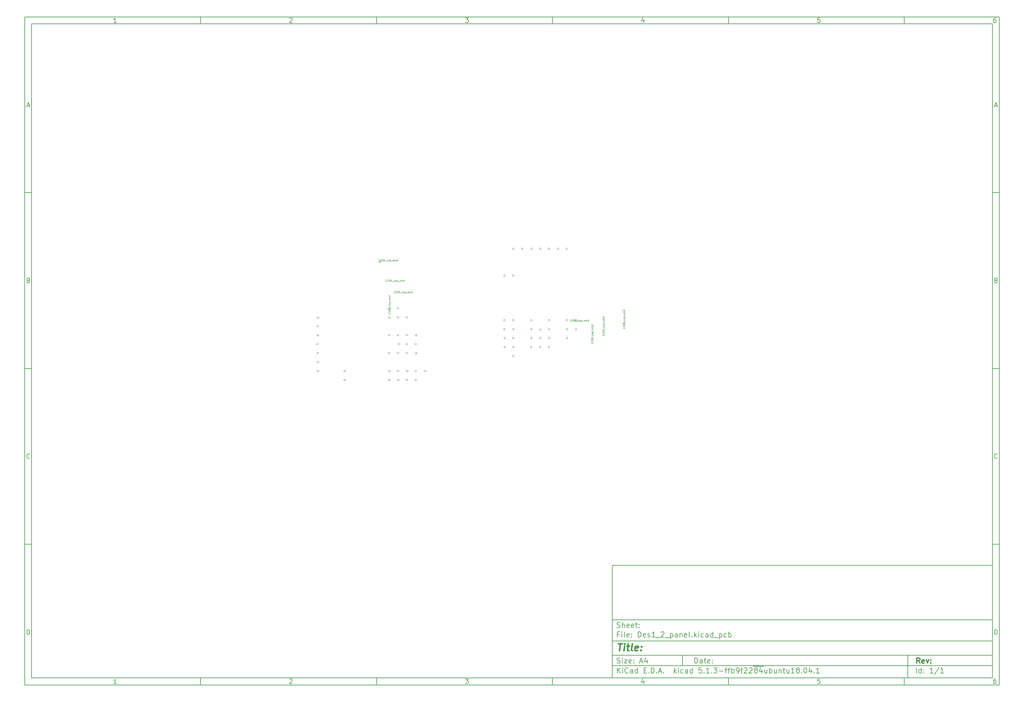
<source format=gbr>
%TF.GenerationSoftware,KiCad,Pcbnew,5.1.3-ffb9f22~84~ubuntu18.04.1*%
%TF.CreationDate,2019-07-25T20:52:25+03:00*%
%TF.ProjectId,Des1_2_panel,44657331-5f32-45f7-9061-6e656c2e6b69,rev?*%
%TF.SameCoordinates,Original*%
%TF.FileFunction,Other,Fab,Top*%
%FSLAX45Y45*%
G04 Gerber Fmt 4.5, Leading zero omitted, Abs format (unit mm)*
G04 Created by KiCad (PCBNEW 5.1.3-ffb9f22~84~ubuntu18.04.1) date 2019-07-25 20:52:25*
%MOMM*%
%LPD*%
G04 APERTURE LIST*
%ADD10C,0.100000*%
%ADD11C,0.150000*%
%ADD12C,0.300000*%
%ADD13C,0.400000*%
%ADD14C,0.010000*%
G04 APERTURE END LIST*
D10*
D11*
X17700220Y-16600720D02*
X17700220Y-19800720D01*
X28500220Y-19800720D01*
X28500220Y-16600720D01*
X17700220Y-16600720D01*
D10*
D11*
X1000000Y-1000000D02*
X1000000Y-20000720D01*
X28700220Y-20000720D01*
X28700220Y-1000000D01*
X1000000Y-1000000D01*
D10*
D11*
X1200000Y-1200000D02*
X1200000Y-19800720D01*
X28500220Y-19800720D01*
X28500220Y-1200000D01*
X1200000Y-1200000D01*
D10*
D11*
X6000000Y-1200000D02*
X6000000Y-1000000D01*
D10*
D11*
X11000000Y-1200000D02*
X11000000Y-1000000D01*
D10*
D11*
X16000000Y-1200000D02*
X16000000Y-1000000D01*
D10*
D11*
X21000000Y-1200000D02*
X21000000Y-1000000D01*
D10*
D11*
X26000000Y-1200000D02*
X26000000Y-1000000D01*
D10*
D11*
X3606548Y-1158810D02*
X3532262Y-1158810D01*
X3569405Y-1158810D02*
X3569405Y-1028809D01*
X3557024Y-1047381D01*
X3544643Y-1059762D01*
X3532262Y-1065952D01*
D10*
D11*
X8532262Y-1041190D02*
X8538452Y-1035000D01*
X8550833Y-1028809D01*
X8581786Y-1028809D01*
X8594167Y-1035000D01*
X8600357Y-1041190D01*
X8606548Y-1053571D01*
X8606548Y-1065952D01*
X8600357Y-1084524D01*
X8526071Y-1158810D01*
X8606548Y-1158810D01*
D10*
D11*
X13526071Y-1028809D02*
X13606548Y-1028809D01*
X13563214Y-1078333D01*
X13581786Y-1078333D01*
X13594167Y-1084524D01*
X13600357Y-1090714D01*
X13606548Y-1103095D01*
X13606548Y-1134048D01*
X13600357Y-1146429D01*
X13594167Y-1152619D01*
X13581786Y-1158810D01*
X13544643Y-1158810D01*
X13532262Y-1152619D01*
X13526071Y-1146429D01*
D10*
D11*
X18594167Y-1072143D02*
X18594167Y-1158810D01*
X18563214Y-1022619D02*
X18532262Y-1115476D01*
X18612738Y-1115476D01*
D10*
D11*
X23600357Y-1028809D02*
X23538452Y-1028809D01*
X23532262Y-1090714D01*
X23538452Y-1084524D01*
X23550833Y-1078333D01*
X23581786Y-1078333D01*
X23594167Y-1084524D01*
X23600357Y-1090714D01*
X23606548Y-1103095D01*
X23606548Y-1134048D01*
X23600357Y-1146429D01*
X23594167Y-1152619D01*
X23581786Y-1158810D01*
X23550833Y-1158810D01*
X23538452Y-1152619D01*
X23532262Y-1146429D01*
D10*
D11*
X28594167Y-1028809D02*
X28569405Y-1028809D01*
X28557024Y-1035000D01*
X28550833Y-1041190D01*
X28538452Y-1059762D01*
X28532262Y-1084524D01*
X28532262Y-1134048D01*
X28538452Y-1146429D01*
X28544643Y-1152619D01*
X28557024Y-1158810D01*
X28581786Y-1158810D01*
X28594167Y-1152619D01*
X28600357Y-1146429D01*
X28606548Y-1134048D01*
X28606548Y-1103095D01*
X28600357Y-1090714D01*
X28594167Y-1084524D01*
X28581786Y-1078333D01*
X28557024Y-1078333D01*
X28544643Y-1084524D01*
X28538452Y-1090714D01*
X28532262Y-1103095D01*
D10*
D11*
X6000000Y-19800720D02*
X6000000Y-20000720D01*
D10*
D11*
X11000000Y-19800720D02*
X11000000Y-20000720D01*
D10*
D11*
X16000000Y-19800720D02*
X16000000Y-20000720D01*
D10*
D11*
X21000000Y-19800720D02*
X21000000Y-20000720D01*
D10*
D11*
X26000000Y-19800720D02*
X26000000Y-20000720D01*
D10*
D11*
X3606548Y-19959530D02*
X3532262Y-19959530D01*
X3569405Y-19959530D02*
X3569405Y-19829530D01*
X3557024Y-19848101D01*
X3544643Y-19860482D01*
X3532262Y-19866672D01*
D10*
D11*
X8532262Y-19841910D02*
X8538452Y-19835720D01*
X8550833Y-19829530D01*
X8581786Y-19829530D01*
X8594167Y-19835720D01*
X8600357Y-19841910D01*
X8606548Y-19854291D01*
X8606548Y-19866672D01*
X8600357Y-19885244D01*
X8526071Y-19959530D01*
X8606548Y-19959530D01*
D10*
D11*
X13526071Y-19829530D02*
X13606548Y-19829530D01*
X13563214Y-19879053D01*
X13581786Y-19879053D01*
X13594167Y-19885244D01*
X13600357Y-19891434D01*
X13606548Y-19903815D01*
X13606548Y-19934768D01*
X13600357Y-19947149D01*
X13594167Y-19953339D01*
X13581786Y-19959530D01*
X13544643Y-19959530D01*
X13532262Y-19953339D01*
X13526071Y-19947149D01*
D10*
D11*
X18594167Y-19872863D02*
X18594167Y-19959530D01*
X18563214Y-19823339D02*
X18532262Y-19916196D01*
X18612738Y-19916196D01*
D10*
D11*
X23600357Y-19829530D02*
X23538452Y-19829530D01*
X23532262Y-19891434D01*
X23538452Y-19885244D01*
X23550833Y-19879053D01*
X23581786Y-19879053D01*
X23594167Y-19885244D01*
X23600357Y-19891434D01*
X23606548Y-19903815D01*
X23606548Y-19934768D01*
X23600357Y-19947149D01*
X23594167Y-19953339D01*
X23581786Y-19959530D01*
X23550833Y-19959530D01*
X23538452Y-19953339D01*
X23532262Y-19947149D01*
D10*
D11*
X28594167Y-19829530D02*
X28569405Y-19829530D01*
X28557024Y-19835720D01*
X28550833Y-19841910D01*
X28538452Y-19860482D01*
X28532262Y-19885244D01*
X28532262Y-19934768D01*
X28538452Y-19947149D01*
X28544643Y-19953339D01*
X28557024Y-19959530D01*
X28581786Y-19959530D01*
X28594167Y-19953339D01*
X28600357Y-19947149D01*
X28606548Y-19934768D01*
X28606548Y-19903815D01*
X28600357Y-19891434D01*
X28594167Y-19885244D01*
X28581786Y-19879053D01*
X28557024Y-19879053D01*
X28544643Y-19885244D01*
X28538452Y-19891434D01*
X28532262Y-19903815D01*
D10*
D11*
X1000000Y-6000000D02*
X1200000Y-6000000D01*
D10*
D11*
X1000000Y-11000000D02*
X1200000Y-11000000D01*
D10*
D11*
X1000000Y-16000000D02*
X1200000Y-16000000D01*
D10*
D11*
X1069048Y-3521667D02*
X1130952Y-3521667D01*
X1056667Y-3558809D02*
X1100000Y-3428809D01*
X1143333Y-3558809D01*
D10*
D11*
X1109286Y-8490714D02*
X1127857Y-8496905D01*
X1134048Y-8503095D01*
X1140238Y-8515476D01*
X1140238Y-8534048D01*
X1134048Y-8546429D01*
X1127857Y-8552619D01*
X1115476Y-8558810D01*
X1065952Y-8558810D01*
X1065952Y-8428810D01*
X1109286Y-8428810D01*
X1121667Y-8435000D01*
X1127857Y-8441190D01*
X1134048Y-8453571D01*
X1134048Y-8465952D01*
X1127857Y-8478333D01*
X1121667Y-8484524D01*
X1109286Y-8490714D01*
X1065952Y-8490714D01*
D10*
D11*
X1140238Y-13546428D02*
X1134048Y-13552619D01*
X1115476Y-13558809D01*
X1103095Y-13558809D01*
X1084524Y-13552619D01*
X1072143Y-13540238D01*
X1065952Y-13527857D01*
X1059762Y-13503095D01*
X1059762Y-13484524D01*
X1065952Y-13459762D01*
X1072143Y-13447381D01*
X1084524Y-13435000D01*
X1103095Y-13428809D01*
X1115476Y-13428809D01*
X1134048Y-13435000D01*
X1140238Y-13441190D01*
D10*
D11*
X1065952Y-18558810D02*
X1065952Y-18428810D01*
X1096905Y-18428810D01*
X1115476Y-18435000D01*
X1127857Y-18447381D01*
X1134048Y-18459762D01*
X1140238Y-18484524D01*
X1140238Y-18503095D01*
X1134048Y-18527857D01*
X1127857Y-18540238D01*
X1115476Y-18552619D01*
X1096905Y-18558810D01*
X1065952Y-18558810D01*
D10*
D11*
X28700220Y-6000000D02*
X28500220Y-6000000D01*
D10*
D11*
X28700220Y-11000000D02*
X28500220Y-11000000D01*
D10*
D11*
X28700220Y-16000000D02*
X28500220Y-16000000D01*
D10*
D11*
X28569268Y-3521667D02*
X28631172Y-3521667D01*
X28556887Y-3558809D02*
X28600220Y-3428809D01*
X28643553Y-3558809D01*
D10*
D11*
X28609506Y-8490714D02*
X28628077Y-8496905D01*
X28634268Y-8503095D01*
X28640458Y-8515476D01*
X28640458Y-8534048D01*
X28634268Y-8546429D01*
X28628077Y-8552619D01*
X28615696Y-8558810D01*
X28566172Y-8558810D01*
X28566172Y-8428810D01*
X28609506Y-8428810D01*
X28621887Y-8435000D01*
X28628077Y-8441190D01*
X28634268Y-8453571D01*
X28634268Y-8465952D01*
X28628077Y-8478333D01*
X28621887Y-8484524D01*
X28609506Y-8490714D01*
X28566172Y-8490714D01*
D10*
D11*
X28640458Y-13546428D02*
X28634268Y-13552619D01*
X28615696Y-13558809D01*
X28603315Y-13558809D01*
X28584744Y-13552619D01*
X28572363Y-13540238D01*
X28566172Y-13527857D01*
X28559982Y-13503095D01*
X28559982Y-13484524D01*
X28566172Y-13459762D01*
X28572363Y-13447381D01*
X28584744Y-13435000D01*
X28603315Y-13428809D01*
X28615696Y-13428809D01*
X28634268Y-13435000D01*
X28640458Y-13441190D01*
D10*
D11*
X28566172Y-18558810D02*
X28566172Y-18428810D01*
X28597125Y-18428810D01*
X28615696Y-18435000D01*
X28628077Y-18447381D01*
X28634268Y-18459762D01*
X28640458Y-18484524D01*
X28640458Y-18503095D01*
X28634268Y-18527857D01*
X28628077Y-18540238D01*
X28615696Y-18552619D01*
X28597125Y-18558810D01*
X28566172Y-18558810D01*
D10*
D11*
X20043434Y-19378577D02*
X20043434Y-19228577D01*
X20079149Y-19228577D01*
X20100577Y-19235720D01*
X20114863Y-19250006D01*
X20122006Y-19264291D01*
X20129149Y-19292863D01*
X20129149Y-19314291D01*
X20122006Y-19342863D01*
X20114863Y-19357149D01*
X20100577Y-19371434D01*
X20079149Y-19378577D01*
X20043434Y-19378577D01*
X20257720Y-19378577D02*
X20257720Y-19300006D01*
X20250577Y-19285720D01*
X20236291Y-19278577D01*
X20207720Y-19278577D01*
X20193434Y-19285720D01*
X20257720Y-19371434D02*
X20243434Y-19378577D01*
X20207720Y-19378577D01*
X20193434Y-19371434D01*
X20186291Y-19357149D01*
X20186291Y-19342863D01*
X20193434Y-19328577D01*
X20207720Y-19321434D01*
X20243434Y-19321434D01*
X20257720Y-19314291D01*
X20307720Y-19278577D02*
X20364863Y-19278577D01*
X20329149Y-19228577D02*
X20329149Y-19357149D01*
X20336291Y-19371434D01*
X20350577Y-19378577D01*
X20364863Y-19378577D01*
X20472006Y-19371434D02*
X20457720Y-19378577D01*
X20429149Y-19378577D01*
X20414863Y-19371434D01*
X20407720Y-19357149D01*
X20407720Y-19300006D01*
X20414863Y-19285720D01*
X20429149Y-19278577D01*
X20457720Y-19278577D01*
X20472006Y-19285720D01*
X20479149Y-19300006D01*
X20479149Y-19314291D01*
X20407720Y-19328577D01*
X20543434Y-19364291D02*
X20550577Y-19371434D01*
X20543434Y-19378577D01*
X20536291Y-19371434D01*
X20543434Y-19364291D01*
X20543434Y-19378577D01*
X20543434Y-19285720D02*
X20550577Y-19292863D01*
X20543434Y-19300006D01*
X20536291Y-19292863D01*
X20543434Y-19285720D01*
X20543434Y-19300006D01*
D10*
D11*
X17700220Y-19450720D02*
X28500220Y-19450720D01*
D10*
D11*
X17843434Y-19658577D02*
X17843434Y-19508577D01*
X17929149Y-19658577D02*
X17864863Y-19572863D01*
X17929149Y-19508577D02*
X17843434Y-19594291D01*
X17993434Y-19658577D02*
X17993434Y-19558577D01*
X17993434Y-19508577D02*
X17986291Y-19515720D01*
X17993434Y-19522863D01*
X18000577Y-19515720D01*
X17993434Y-19508577D01*
X17993434Y-19522863D01*
X18150577Y-19644291D02*
X18143434Y-19651434D01*
X18122006Y-19658577D01*
X18107720Y-19658577D01*
X18086291Y-19651434D01*
X18072006Y-19637149D01*
X18064863Y-19622863D01*
X18057720Y-19594291D01*
X18057720Y-19572863D01*
X18064863Y-19544291D01*
X18072006Y-19530006D01*
X18086291Y-19515720D01*
X18107720Y-19508577D01*
X18122006Y-19508577D01*
X18143434Y-19515720D01*
X18150577Y-19522863D01*
X18279149Y-19658577D02*
X18279149Y-19580006D01*
X18272006Y-19565720D01*
X18257720Y-19558577D01*
X18229149Y-19558577D01*
X18214863Y-19565720D01*
X18279149Y-19651434D02*
X18264863Y-19658577D01*
X18229149Y-19658577D01*
X18214863Y-19651434D01*
X18207720Y-19637149D01*
X18207720Y-19622863D01*
X18214863Y-19608577D01*
X18229149Y-19601434D01*
X18264863Y-19601434D01*
X18279149Y-19594291D01*
X18414863Y-19658577D02*
X18414863Y-19508577D01*
X18414863Y-19651434D02*
X18400577Y-19658577D01*
X18372006Y-19658577D01*
X18357720Y-19651434D01*
X18350577Y-19644291D01*
X18343434Y-19630006D01*
X18343434Y-19587149D01*
X18350577Y-19572863D01*
X18357720Y-19565720D01*
X18372006Y-19558577D01*
X18400577Y-19558577D01*
X18414863Y-19565720D01*
X18600577Y-19580006D02*
X18650577Y-19580006D01*
X18672006Y-19658577D02*
X18600577Y-19658577D01*
X18600577Y-19508577D01*
X18672006Y-19508577D01*
X18736291Y-19644291D02*
X18743434Y-19651434D01*
X18736291Y-19658577D01*
X18729149Y-19651434D01*
X18736291Y-19644291D01*
X18736291Y-19658577D01*
X18807720Y-19658577D02*
X18807720Y-19508577D01*
X18843434Y-19508577D01*
X18864863Y-19515720D01*
X18879149Y-19530006D01*
X18886291Y-19544291D01*
X18893434Y-19572863D01*
X18893434Y-19594291D01*
X18886291Y-19622863D01*
X18879149Y-19637149D01*
X18864863Y-19651434D01*
X18843434Y-19658577D01*
X18807720Y-19658577D01*
X18957720Y-19644291D02*
X18964863Y-19651434D01*
X18957720Y-19658577D01*
X18950577Y-19651434D01*
X18957720Y-19644291D01*
X18957720Y-19658577D01*
X19022006Y-19615720D02*
X19093434Y-19615720D01*
X19007720Y-19658577D02*
X19057720Y-19508577D01*
X19107720Y-19658577D01*
X19157720Y-19644291D02*
X19164863Y-19651434D01*
X19157720Y-19658577D01*
X19150577Y-19651434D01*
X19157720Y-19644291D01*
X19157720Y-19658577D01*
X19457720Y-19658577D02*
X19457720Y-19508577D01*
X19472006Y-19601434D02*
X19514863Y-19658577D01*
X19514863Y-19558577D02*
X19457720Y-19615720D01*
X19579149Y-19658577D02*
X19579149Y-19558577D01*
X19579149Y-19508577D02*
X19572006Y-19515720D01*
X19579149Y-19522863D01*
X19586291Y-19515720D01*
X19579149Y-19508577D01*
X19579149Y-19522863D01*
X19714863Y-19651434D02*
X19700577Y-19658577D01*
X19672006Y-19658577D01*
X19657720Y-19651434D01*
X19650577Y-19644291D01*
X19643434Y-19630006D01*
X19643434Y-19587149D01*
X19650577Y-19572863D01*
X19657720Y-19565720D01*
X19672006Y-19558577D01*
X19700577Y-19558577D01*
X19714863Y-19565720D01*
X19843434Y-19658577D02*
X19843434Y-19580006D01*
X19836291Y-19565720D01*
X19822006Y-19558577D01*
X19793434Y-19558577D01*
X19779149Y-19565720D01*
X19843434Y-19651434D02*
X19829149Y-19658577D01*
X19793434Y-19658577D01*
X19779149Y-19651434D01*
X19772006Y-19637149D01*
X19772006Y-19622863D01*
X19779149Y-19608577D01*
X19793434Y-19601434D01*
X19829149Y-19601434D01*
X19843434Y-19594291D01*
X19979149Y-19658577D02*
X19979149Y-19508577D01*
X19979149Y-19651434D02*
X19964863Y-19658577D01*
X19936291Y-19658577D01*
X19922006Y-19651434D01*
X19914863Y-19644291D01*
X19907720Y-19630006D01*
X19907720Y-19587149D01*
X19914863Y-19572863D01*
X19922006Y-19565720D01*
X19936291Y-19558577D01*
X19964863Y-19558577D01*
X19979149Y-19565720D01*
X20236291Y-19508577D02*
X20164863Y-19508577D01*
X20157720Y-19580006D01*
X20164863Y-19572863D01*
X20179149Y-19565720D01*
X20214863Y-19565720D01*
X20229149Y-19572863D01*
X20236291Y-19580006D01*
X20243434Y-19594291D01*
X20243434Y-19630006D01*
X20236291Y-19644291D01*
X20229149Y-19651434D01*
X20214863Y-19658577D01*
X20179149Y-19658577D01*
X20164863Y-19651434D01*
X20157720Y-19644291D01*
X20307720Y-19644291D02*
X20314863Y-19651434D01*
X20307720Y-19658577D01*
X20300577Y-19651434D01*
X20307720Y-19644291D01*
X20307720Y-19658577D01*
X20457720Y-19658577D02*
X20372006Y-19658577D01*
X20414863Y-19658577D02*
X20414863Y-19508577D01*
X20400577Y-19530006D01*
X20386291Y-19544291D01*
X20372006Y-19551434D01*
X20522006Y-19644291D02*
X20529149Y-19651434D01*
X20522006Y-19658577D01*
X20514863Y-19651434D01*
X20522006Y-19644291D01*
X20522006Y-19658577D01*
X20579149Y-19508577D02*
X20672006Y-19508577D01*
X20622006Y-19565720D01*
X20643434Y-19565720D01*
X20657720Y-19572863D01*
X20664863Y-19580006D01*
X20672006Y-19594291D01*
X20672006Y-19630006D01*
X20664863Y-19644291D01*
X20657720Y-19651434D01*
X20643434Y-19658577D01*
X20600577Y-19658577D01*
X20586291Y-19651434D01*
X20579149Y-19644291D01*
X20736291Y-19601434D02*
X20850577Y-19601434D01*
X20900577Y-19558577D02*
X20957720Y-19558577D01*
X20922006Y-19658577D02*
X20922006Y-19530006D01*
X20929149Y-19515720D01*
X20943434Y-19508577D01*
X20957720Y-19508577D01*
X20986291Y-19558577D02*
X21043434Y-19558577D01*
X21007720Y-19658577D02*
X21007720Y-19530006D01*
X21014863Y-19515720D01*
X21029149Y-19508577D01*
X21043434Y-19508577D01*
X21093434Y-19658577D02*
X21093434Y-19508577D01*
X21093434Y-19565720D02*
X21107720Y-19558577D01*
X21136291Y-19558577D01*
X21150577Y-19565720D01*
X21157720Y-19572863D01*
X21164863Y-19587149D01*
X21164863Y-19630006D01*
X21157720Y-19644291D01*
X21150577Y-19651434D01*
X21136291Y-19658577D01*
X21107720Y-19658577D01*
X21093434Y-19651434D01*
X21236291Y-19658577D02*
X21264863Y-19658577D01*
X21279149Y-19651434D01*
X21286291Y-19644291D01*
X21300577Y-19622863D01*
X21307720Y-19594291D01*
X21307720Y-19537149D01*
X21300577Y-19522863D01*
X21293434Y-19515720D01*
X21279149Y-19508577D01*
X21250577Y-19508577D01*
X21236291Y-19515720D01*
X21229149Y-19522863D01*
X21222006Y-19537149D01*
X21222006Y-19572863D01*
X21229149Y-19587149D01*
X21236291Y-19594291D01*
X21250577Y-19601434D01*
X21279149Y-19601434D01*
X21293434Y-19594291D01*
X21300577Y-19587149D01*
X21307720Y-19572863D01*
X21350577Y-19558577D02*
X21407720Y-19558577D01*
X21372006Y-19658577D02*
X21372006Y-19530006D01*
X21379149Y-19515720D01*
X21393434Y-19508577D01*
X21407720Y-19508577D01*
X21450577Y-19522863D02*
X21457720Y-19515720D01*
X21472006Y-19508577D01*
X21507720Y-19508577D01*
X21522006Y-19515720D01*
X21529149Y-19522863D01*
X21536291Y-19537149D01*
X21536291Y-19551434D01*
X21529149Y-19572863D01*
X21443434Y-19658577D01*
X21536291Y-19658577D01*
X21593434Y-19522863D02*
X21600577Y-19515720D01*
X21614863Y-19508577D01*
X21650577Y-19508577D01*
X21664863Y-19515720D01*
X21672006Y-19522863D01*
X21679149Y-19537149D01*
X21679149Y-19551434D01*
X21672006Y-19572863D01*
X21586291Y-19658577D01*
X21679149Y-19658577D01*
X21707720Y-19467720D02*
X21850577Y-19467720D01*
X21764863Y-19572863D02*
X21750577Y-19565720D01*
X21743434Y-19558577D01*
X21736291Y-19544291D01*
X21736291Y-19537149D01*
X21743434Y-19522863D01*
X21750577Y-19515720D01*
X21764863Y-19508577D01*
X21793434Y-19508577D01*
X21807720Y-19515720D01*
X21814863Y-19522863D01*
X21822006Y-19537149D01*
X21822006Y-19544291D01*
X21814863Y-19558577D01*
X21807720Y-19565720D01*
X21793434Y-19572863D01*
X21764863Y-19572863D01*
X21750577Y-19580006D01*
X21743434Y-19587149D01*
X21736291Y-19601434D01*
X21736291Y-19630006D01*
X21743434Y-19644291D01*
X21750577Y-19651434D01*
X21764863Y-19658577D01*
X21793434Y-19658577D01*
X21807720Y-19651434D01*
X21814863Y-19644291D01*
X21822006Y-19630006D01*
X21822006Y-19601434D01*
X21814863Y-19587149D01*
X21807720Y-19580006D01*
X21793434Y-19572863D01*
X21850577Y-19467720D02*
X21993434Y-19467720D01*
X21950577Y-19558577D02*
X21950577Y-19658577D01*
X21914863Y-19501434D02*
X21879149Y-19608577D01*
X21972006Y-19608577D01*
X22093434Y-19558577D02*
X22093434Y-19658577D01*
X22029149Y-19558577D02*
X22029149Y-19637149D01*
X22036291Y-19651434D01*
X22050577Y-19658577D01*
X22072006Y-19658577D01*
X22086291Y-19651434D01*
X22093434Y-19644291D01*
X22164863Y-19658577D02*
X22164863Y-19508577D01*
X22164863Y-19565720D02*
X22179149Y-19558577D01*
X22207720Y-19558577D01*
X22222006Y-19565720D01*
X22229149Y-19572863D01*
X22236291Y-19587149D01*
X22236291Y-19630006D01*
X22229149Y-19644291D01*
X22222006Y-19651434D01*
X22207720Y-19658577D01*
X22179149Y-19658577D01*
X22164863Y-19651434D01*
X22364863Y-19558577D02*
X22364863Y-19658577D01*
X22300577Y-19558577D02*
X22300577Y-19637149D01*
X22307720Y-19651434D01*
X22322006Y-19658577D01*
X22343434Y-19658577D01*
X22357720Y-19651434D01*
X22364863Y-19644291D01*
X22436291Y-19558577D02*
X22436291Y-19658577D01*
X22436291Y-19572863D02*
X22443434Y-19565720D01*
X22457720Y-19558577D01*
X22479148Y-19558577D01*
X22493434Y-19565720D01*
X22500577Y-19580006D01*
X22500577Y-19658577D01*
X22550577Y-19558577D02*
X22607720Y-19558577D01*
X22572006Y-19508577D02*
X22572006Y-19637149D01*
X22579148Y-19651434D01*
X22593434Y-19658577D01*
X22607720Y-19658577D01*
X22722006Y-19558577D02*
X22722006Y-19658577D01*
X22657720Y-19558577D02*
X22657720Y-19637149D01*
X22664863Y-19651434D01*
X22679148Y-19658577D01*
X22700577Y-19658577D01*
X22714863Y-19651434D01*
X22722006Y-19644291D01*
X22872006Y-19658577D02*
X22786291Y-19658577D01*
X22829148Y-19658577D02*
X22829148Y-19508577D01*
X22814863Y-19530006D01*
X22800577Y-19544291D01*
X22786291Y-19551434D01*
X22957720Y-19572863D02*
X22943434Y-19565720D01*
X22936291Y-19558577D01*
X22929148Y-19544291D01*
X22929148Y-19537149D01*
X22936291Y-19522863D01*
X22943434Y-19515720D01*
X22957720Y-19508577D01*
X22986291Y-19508577D01*
X23000577Y-19515720D01*
X23007720Y-19522863D01*
X23014863Y-19537149D01*
X23014863Y-19544291D01*
X23007720Y-19558577D01*
X23000577Y-19565720D01*
X22986291Y-19572863D01*
X22957720Y-19572863D01*
X22943434Y-19580006D01*
X22936291Y-19587149D01*
X22929148Y-19601434D01*
X22929148Y-19630006D01*
X22936291Y-19644291D01*
X22943434Y-19651434D01*
X22957720Y-19658577D01*
X22986291Y-19658577D01*
X23000577Y-19651434D01*
X23007720Y-19644291D01*
X23014863Y-19630006D01*
X23014863Y-19601434D01*
X23007720Y-19587149D01*
X23000577Y-19580006D01*
X22986291Y-19572863D01*
X23079148Y-19644291D02*
X23086291Y-19651434D01*
X23079148Y-19658577D01*
X23072006Y-19651434D01*
X23079148Y-19644291D01*
X23079148Y-19658577D01*
X23179148Y-19508577D02*
X23193434Y-19508577D01*
X23207720Y-19515720D01*
X23214863Y-19522863D01*
X23222006Y-19537149D01*
X23229148Y-19565720D01*
X23229148Y-19601434D01*
X23222006Y-19630006D01*
X23214863Y-19644291D01*
X23207720Y-19651434D01*
X23193434Y-19658577D01*
X23179148Y-19658577D01*
X23164863Y-19651434D01*
X23157720Y-19644291D01*
X23150577Y-19630006D01*
X23143434Y-19601434D01*
X23143434Y-19565720D01*
X23150577Y-19537149D01*
X23157720Y-19522863D01*
X23164863Y-19515720D01*
X23179148Y-19508577D01*
X23357720Y-19558577D02*
X23357720Y-19658577D01*
X23322006Y-19501434D02*
X23286291Y-19608577D01*
X23379148Y-19608577D01*
X23436291Y-19644291D02*
X23443434Y-19651434D01*
X23436291Y-19658577D01*
X23429148Y-19651434D01*
X23436291Y-19644291D01*
X23436291Y-19658577D01*
X23586291Y-19658577D02*
X23500577Y-19658577D01*
X23543434Y-19658577D02*
X23543434Y-19508577D01*
X23529148Y-19530006D01*
X23514863Y-19544291D01*
X23500577Y-19551434D01*
D10*
D11*
X17700220Y-19150720D02*
X28500220Y-19150720D01*
D10*
D12*
X26441148Y-19378577D02*
X26391148Y-19307149D01*
X26355434Y-19378577D02*
X26355434Y-19228577D01*
X26412577Y-19228577D01*
X26426863Y-19235720D01*
X26434006Y-19242863D01*
X26441148Y-19257149D01*
X26441148Y-19278577D01*
X26434006Y-19292863D01*
X26426863Y-19300006D01*
X26412577Y-19307149D01*
X26355434Y-19307149D01*
X26562577Y-19371434D02*
X26548291Y-19378577D01*
X26519720Y-19378577D01*
X26505434Y-19371434D01*
X26498291Y-19357149D01*
X26498291Y-19300006D01*
X26505434Y-19285720D01*
X26519720Y-19278577D01*
X26548291Y-19278577D01*
X26562577Y-19285720D01*
X26569720Y-19300006D01*
X26569720Y-19314291D01*
X26498291Y-19328577D01*
X26619720Y-19278577D02*
X26655434Y-19378577D01*
X26691148Y-19278577D01*
X26748291Y-19364291D02*
X26755434Y-19371434D01*
X26748291Y-19378577D01*
X26741148Y-19371434D01*
X26748291Y-19364291D01*
X26748291Y-19378577D01*
X26748291Y-19285720D02*
X26755434Y-19292863D01*
X26748291Y-19300006D01*
X26741148Y-19292863D01*
X26748291Y-19285720D01*
X26748291Y-19300006D01*
D10*
D11*
X17836291Y-19371434D02*
X17857720Y-19378577D01*
X17893434Y-19378577D01*
X17907720Y-19371434D01*
X17914863Y-19364291D01*
X17922006Y-19350006D01*
X17922006Y-19335720D01*
X17914863Y-19321434D01*
X17907720Y-19314291D01*
X17893434Y-19307149D01*
X17864863Y-19300006D01*
X17850577Y-19292863D01*
X17843434Y-19285720D01*
X17836291Y-19271434D01*
X17836291Y-19257149D01*
X17843434Y-19242863D01*
X17850577Y-19235720D01*
X17864863Y-19228577D01*
X17900577Y-19228577D01*
X17922006Y-19235720D01*
X17986291Y-19378577D02*
X17986291Y-19278577D01*
X17986291Y-19228577D02*
X17979149Y-19235720D01*
X17986291Y-19242863D01*
X17993434Y-19235720D01*
X17986291Y-19228577D01*
X17986291Y-19242863D01*
X18043434Y-19278577D02*
X18122006Y-19278577D01*
X18043434Y-19378577D01*
X18122006Y-19378577D01*
X18236291Y-19371434D02*
X18222006Y-19378577D01*
X18193434Y-19378577D01*
X18179149Y-19371434D01*
X18172006Y-19357149D01*
X18172006Y-19300006D01*
X18179149Y-19285720D01*
X18193434Y-19278577D01*
X18222006Y-19278577D01*
X18236291Y-19285720D01*
X18243434Y-19300006D01*
X18243434Y-19314291D01*
X18172006Y-19328577D01*
X18307720Y-19364291D02*
X18314863Y-19371434D01*
X18307720Y-19378577D01*
X18300577Y-19371434D01*
X18307720Y-19364291D01*
X18307720Y-19378577D01*
X18307720Y-19285720D02*
X18314863Y-19292863D01*
X18307720Y-19300006D01*
X18300577Y-19292863D01*
X18307720Y-19285720D01*
X18307720Y-19300006D01*
X18486291Y-19335720D02*
X18557720Y-19335720D01*
X18472006Y-19378577D02*
X18522006Y-19228577D01*
X18572006Y-19378577D01*
X18686291Y-19278577D02*
X18686291Y-19378577D01*
X18650577Y-19221434D02*
X18614863Y-19328577D01*
X18707720Y-19328577D01*
D10*
D11*
X26343434Y-19658577D02*
X26343434Y-19508577D01*
X26479148Y-19658577D02*
X26479148Y-19508577D01*
X26479148Y-19651434D02*
X26464863Y-19658577D01*
X26436291Y-19658577D01*
X26422006Y-19651434D01*
X26414863Y-19644291D01*
X26407720Y-19630006D01*
X26407720Y-19587149D01*
X26414863Y-19572863D01*
X26422006Y-19565720D01*
X26436291Y-19558577D01*
X26464863Y-19558577D01*
X26479148Y-19565720D01*
X26550577Y-19644291D02*
X26557720Y-19651434D01*
X26550577Y-19658577D01*
X26543434Y-19651434D01*
X26550577Y-19644291D01*
X26550577Y-19658577D01*
X26550577Y-19565720D02*
X26557720Y-19572863D01*
X26550577Y-19580006D01*
X26543434Y-19572863D01*
X26550577Y-19565720D01*
X26550577Y-19580006D01*
X26814863Y-19658577D02*
X26729148Y-19658577D01*
X26772006Y-19658577D02*
X26772006Y-19508577D01*
X26757720Y-19530006D01*
X26743434Y-19544291D01*
X26729148Y-19551434D01*
X26986291Y-19501434D02*
X26857720Y-19694291D01*
X27114863Y-19658577D02*
X27029148Y-19658577D01*
X27072006Y-19658577D02*
X27072006Y-19508577D01*
X27057720Y-19530006D01*
X27043434Y-19544291D01*
X27029148Y-19551434D01*
D10*
D11*
X17700220Y-18750720D02*
X28500220Y-18750720D01*
D10*
D13*
X17871458Y-18821196D02*
X17985744Y-18821196D01*
X17903601Y-19021196D02*
X17928601Y-18821196D01*
X18027410Y-19021196D02*
X18044077Y-18887863D01*
X18052410Y-18821196D02*
X18041696Y-18830720D01*
X18050030Y-18840244D01*
X18060744Y-18830720D01*
X18052410Y-18821196D01*
X18050030Y-18840244D01*
X18110744Y-18887863D02*
X18186934Y-18887863D01*
X18147649Y-18821196D02*
X18126220Y-18992625D01*
X18133363Y-19011672D01*
X18151220Y-19021196D01*
X18170268Y-19021196D01*
X18265506Y-19021196D02*
X18247649Y-19011672D01*
X18240506Y-18992625D01*
X18261934Y-18821196D01*
X18419077Y-19011672D02*
X18398839Y-19021196D01*
X18360744Y-19021196D01*
X18342887Y-19011672D01*
X18335744Y-18992625D01*
X18345268Y-18916434D01*
X18357172Y-18897387D01*
X18377410Y-18887863D01*
X18415506Y-18887863D01*
X18433363Y-18897387D01*
X18440506Y-18916434D01*
X18438125Y-18935482D01*
X18340506Y-18954530D01*
X18515506Y-19002149D02*
X18523839Y-19011672D01*
X18513125Y-19021196D01*
X18504791Y-19011672D01*
X18515506Y-19002149D01*
X18513125Y-19021196D01*
X18528601Y-18897387D02*
X18536934Y-18906910D01*
X18526220Y-18916434D01*
X18517887Y-18906910D01*
X18528601Y-18897387D01*
X18526220Y-18916434D01*
D10*
D11*
X17893434Y-18560006D02*
X17843434Y-18560006D01*
X17843434Y-18638577D02*
X17843434Y-18488577D01*
X17914863Y-18488577D01*
X17972006Y-18638577D02*
X17972006Y-18538577D01*
X17972006Y-18488577D02*
X17964863Y-18495720D01*
X17972006Y-18502863D01*
X17979149Y-18495720D01*
X17972006Y-18488577D01*
X17972006Y-18502863D01*
X18064863Y-18638577D02*
X18050577Y-18631434D01*
X18043434Y-18617149D01*
X18043434Y-18488577D01*
X18179149Y-18631434D02*
X18164863Y-18638577D01*
X18136291Y-18638577D01*
X18122006Y-18631434D01*
X18114863Y-18617149D01*
X18114863Y-18560006D01*
X18122006Y-18545720D01*
X18136291Y-18538577D01*
X18164863Y-18538577D01*
X18179149Y-18545720D01*
X18186291Y-18560006D01*
X18186291Y-18574291D01*
X18114863Y-18588577D01*
X18250577Y-18624291D02*
X18257720Y-18631434D01*
X18250577Y-18638577D01*
X18243434Y-18631434D01*
X18250577Y-18624291D01*
X18250577Y-18638577D01*
X18250577Y-18545720D02*
X18257720Y-18552863D01*
X18250577Y-18560006D01*
X18243434Y-18552863D01*
X18250577Y-18545720D01*
X18250577Y-18560006D01*
X18436291Y-18638577D02*
X18436291Y-18488577D01*
X18472006Y-18488577D01*
X18493434Y-18495720D01*
X18507720Y-18510006D01*
X18514863Y-18524291D01*
X18522006Y-18552863D01*
X18522006Y-18574291D01*
X18514863Y-18602863D01*
X18507720Y-18617149D01*
X18493434Y-18631434D01*
X18472006Y-18638577D01*
X18436291Y-18638577D01*
X18643434Y-18631434D02*
X18629149Y-18638577D01*
X18600577Y-18638577D01*
X18586291Y-18631434D01*
X18579149Y-18617149D01*
X18579149Y-18560006D01*
X18586291Y-18545720D01*
X18600577Y-18538577D01*
X18629149Y-18538577D01*
X18643434Y-18545720D01*
X18650577Y-18560006D01*
X18650577Y-18574291D01*
X18579149Y-18588577D01*
X18707720Y-18631434D02*
X18722006Y-18638577D01*
X18750577Y-18638577D01*
X18764863Y-18631434D01*
X18772006Y-18617149D01*
X18772006Y-18610006D01*
X18764863Y-18595720D01*
X18750577Y-18588577D01*
X18729149Y-18588577D01*
X18714863Y-18581434D01*
X18707720Y-18567149D01*
X18707720Y-18560006D01*
X18714863Y-18545720D01*
X18729149Y-18538577D01*
X18750577Y-18538577D01*
X18764863Y-18545720D01*
X18914863Y-18638577D02*
X18829149Y-18638577D01*
X18872006Y-18638577D02*
X18872006Y-18488577D01*
X18857720Y-18510006D01*
X18843434Y-18524291D01*
X18829149Y-18531434D01*
X18943434Y-18652863D02*
X19057720Y-18652863D01*
X19086291Y-18502863D02*
X19093434Y-18495720D01*
X19107720Y-18488577D01*
X19143434Y-18488577D01*
X19157720Y-18495720D01*
X19164863Y-18502863D01*
X19172006Y-18517149D01*
X19172006Y-18531434D01*
X19164863Y-18552863D01*
X19079149Y-18638577D01*
X19172006Y-18638577D01*
X19200577Y-18652863D02*
X19314863Y-18652863D01*
X19350577Y-18538577D02*
X19350577Y-18688577D01*
X19350577Y-18545720D02*
X19364863Y-18538577D01*
X19393434Y-18538577D01*
X19407720Y-18545720D01*
X19414863Y-18552863D01*
X19422006Y-18567149D01*
X19422006Y-18610006D01*
X19414863Y-18624291D01*
X19407720Y-18631434D01*
X19393434Y-18638577D01*
X19364863Y-18638577D01*
X19350577Y-18631434D01*
X19550577Y-18638577D02*
X19550577Y-18560006D01*
X19543434Y-18545720D01*
X19529149Y-18538577D01*
X19500577Y-18538577D01*
X19486291Y-18545720D01*
X19550577Y-18631434D02*
X19536291Y-18638577D01*
X19500577Y-18638577D01*
X19486291Y-18631434D01*
X19479149Y-18617149D01*
X19479149Y-18602863D01*
X19486291Y-18588577D01*
X19500577Y-18581434D01*
X19536291Y-18581434D01*
X19550577Y-18574291D01*
X19622006Y-18538577D02*
X19622006Y-18638577D01*
X19622006Y-18552863D02*
X19629149Y-18545720D01*
X19643434Y-18538577D01*
X19664863Y-18538577D01*
X19679149Y-18545720D01*
X19686291Y-18560006D01*
X19686291Y-18638577D01*
X19814863Y-18631434D02*
X19800577Y-18638577D01*
X19772006Y-18638577D01*
X19757720Y-18631434D01*
X19750577Y-18617149D01*
X19750577Y-18560006D01*
X19757720Y-18545720D01*
X19772006Y-18538577D01*
X19800577Y-18538577D01*
X19814863Y-18545720D01*
X19822006Y-18560006D01*
X19822006Y-18574291D01*
X19750577Y-18588577D01*
X19907720Y-18638577D02*
X19893434Y-18631434D01*
X19886291Y-18617149D01*
X19886291Y-18488577D01*
X19964863Y-18624291D02*
X19972006Y-18631434D01*
X19964863Y-18638577D01*
X19957720Y-18631434D01*
X19964863Y-18624291D01*
X19964863Y-18638577D01*
X20036291Y-18638577D02*
X20036291Y-18488577D01*
X20050577Y-18581434D02*
X20093434Y-18638577D01*
X20093434Y-18538577D02*
X20036291Y-18595720D01*
X20157720Y-18638577D02*
X20157720Y-18538577D01*
X20157720Y-18488577D02*
X20150577Y-18495720D01*
X20157720Y-18502863D01*
X20164863Y-18495720D01*
X20157720Y-18488577D01*
X20157720Y-18502863D01*
X20293434Y-18631434D02*
X20279149Y-18638577D01*
X20250577Y-18638577D01*
X20236291Y-18631434D01*
X20229149Y-18624291D01*
X20222006Y-18610006D01*
X20222006Y-18567149D01*
X20229149Y-18552863D01*
X20236291Y-18545720D01*
X20250577Y-18538577D01*
X20279149Y-18538577D01*
X20293434Y-18545720D01*
X20422006Y-18638577D02*
X20422006Y-18560006D01*
X20414863Y-18545720D01*
X20400577Y-18538577D01*
X20372006Y-18538577D01*
X20357720Y-18545720D01*
X20422006Y-18631434D02*
X20407720Y-18638577D01*
X20372006Y-18638577D01*
X20357720Y-18631434D01*
X20350577Y-18617149D01*
X20350577Y-18602863D01*
X20357720Y-18588577D01*
X20372006Y-18581434D01*
X20407720Y-18581434D01*
X20422006Y-18574291D01*
X20557720Y-18638577D02*
X20557720Y-18488577D01*
X20557720Y-18631434D02*
X20543434Y-18638577D01*
X20514863Y-18638577D01*
X20500577Y-18631434D01*
X20493434Y-18624291D01*
X20486291Y-18610006D01*
X20486291Y-18567149D01*
X20493434Y-18552863D01*
X20500577Y-18545720D01*
X20514863Y-18538577D01*
X20543434Y-18538577D01*
X20557720Y-18545720D01*
X20593434Y-18652863D02*
X20707720Y-18652863D01*
X20743434Y-18538577D02*
X20743434Y-18688577D01*
X20743434Y-18545720D02*
X20757720Y-18538577D01*
X20786291Y-18538577D01*
X20800577Y-18545720D01*
X20807720Y-18552863D01*
X20814863Y-18567149D01*
X20814863Y-18610006D01*
X20807720Y-18624291D01*
X20800577Y-18631434D01*
X20786291Y-18638577D01*
X20757720Y-18638577D01*
X20743434Y-18631434D01*
X20943434Y-18631434D02*
X20929149Y-18638577D01*
X20900577Y-18638577D01*
X20886291Y-18631434D01*
X20879149Y-18624291D01*
X20872006Y-18610006D01*
X20872006Y-18567149D01*
X20879149Y-18552863D01*
X20886291Y-18545720D01*
X20900577Y-18538577D01*
X20929149Y-18538577D01*
X20943434Y-18545720D01*
X21007720Y-18638577D02*
X21007720Y-18488577D01*
X21007720Y-18545720D02*
X21022006Y-18538577D01*
X21050577Y-18538577D01*
X21064863Y-18545720D01*
X21072006Y-18552863D01*
X21079149Y-18567149D01*
X21079149Y-18610006D01*
X21072006Y-18624291D01*
X21064863Y-18631434D01*
X21050577Y-18638577D01*
X21022006Y-18638577D01*
X21007720Y-18631434D01*
D10*
D11*
X17700220Y-18150720D02*
X28500220Y-18150720D01*
D10*
D11*
X17836291Y-18361434D02*
X17857720Y-18368577D01*
X17893434Y-18368577D01*
X17907720Y-18361434D01*
X17914863Y-18354291D01*
X17922006Y-18340006D01*
X17922006Y-18325720D01*
X17914863Y-18311434D01*
X17907720Y-18304291D01*
X17893434Y-18297149D01*
X17864863Y-18290006D01*
X17850577Y-18282863D01*
X17843434Y-18275720D01*
X17836291Y-18261434D01*
X17836291Y-18247149D01*
X17843434Y-18232863D01*
X17850577Y-18225720D01*
X17864863Y-18218577D01*
X17900577Y-18218577D01*
X17922006Y-18225720D01*
X17986291Y-18368577D02*
X17986291Y-18218577D01*
X18050577Y-18368577D02*
X18050577Y-18290006D01*
X18043434Y-18275720D01*
X18029149Y-18268577D01*
X18007720Y-18268577D01*
X17993434Y-18275720D01*
X17986291Y-18282863D01*
X18179149Y-18361434D02*
X18164863Y-18368577D01*
X18136291Y-18368577D01*
X18122006Y-18361434D01*
X18114863Y-18347149D01*
X18114863Y-18290006D01*
X18122006Y-18275720D01*
X18136291Y-18268577D01*
X18164863Y-18268577D01*
X18179149Y-18275720D01*
X18186291Y-18290006D01*
X18186291Y-18304291D01*
X18114863Y-18318577D01*
X18307720Y-18361434D02*
X18293434Y-18368577D01*
X18264863Y-18368577D01*
X18250577Y-18361434D01*
X18243434Y-18347149D01*
X18243434Y-18290006D01*
X18250577Y-18275720D01*
X18264863Y-18268577D01*
X18293434Y-18268577D01*
X18307720Y-18275720D01*
X18314863Y-18290006D01*
X18314863Y-18304291D01*
X18243434Y-18318577D01*
X18357720Y-18268577D02*
X18414863Y-18268577D01*
X18379149Y-18218577D02*
X18379149Y-18347149D01*
X18386291Y-18361434D01*
X18400577Y-18368577D01*
X18414863Y-18368577D01*
X18464863Y-18354291D02*
X18472006Y-18361434D01*
X18464863Y-18368577D01*
X18457720Y-18361434D01*
X18464863Y-18354291D01*
X18464863Y-18368577D01*
X18464863Y-18275720D02*
X18472006Y-18282863D01*
X18464863Y-18290006D01*
X18457720Y-18282863D01*
X18464863Y-18275720D01*
X18464863Y-18290006D01*
D10*
D11*
X19700220Y-19150720D02*
X19700220Y-19450720D01*
D10*
D11*
X26100220Y-19150720D02*
X26100220Y-19800720D01*
D14*
X11154064Y-7969767D02*
G75*
G03X11154064Y-7969767I-1000J0D01*
G01*
X11066312Y-7961029D02*
X11065359Y-7961029D01*
X11064883Y-7961267D01*
X11064645Y-7961505D01*
X11064169Y-7962219D01*
X11063931Y-7963172D01*
X11063931Y-7965076D01*
X11064169Y-7965553D01*
X11064407Y-7965791D01*
X11064883Y-7966029D01*
X11065835Y-7966029D01*
X11066312Y-7965791D01*
X11066550Y-7965553D01*
X11066788Y-7965076D01*
X11066788Y-7963886D01*
X11066550Y-7963410D01*
X11066312Y-7963172D01*
X11065835Y-7962934D01*
X11064883Y-7962934D01*
X11064407Y-7963172D01*
X11064169Y-7963410D01*
X11063931Y-7963886D01*
X11069883Y-7961029D02*
X11070359Y-7961029D01*
X11070835Y-7961267D01*
X11071074Y-7961505D01*
X11071312Y-7961981D01*
X11071550Y-7962934D01*
X11071550Y-7964124D01*
X11071312Y-7965076D01*
X11071074Y-7965553D01*
X11070835Y-7965791D01*
X11070359Y-7966029D01*
X11069883Y-7966029D01*
X11069407Y-7965791D01*
X11069169Y-7965553D01*
X11068931Y-7965076D01*
X11068693Y-7964124D01*
X11068693Y-7962934D01*
X11068931Y-7961981D01*
X11069169Y-7961505D01*
X11069407Y-7961267D01*
X11069883Y-7961029D01*
X11073693Y-7965553D02*
X11073931Y-7965791D01*
X11073693Y-7966029D01*
X11073454Y-7965791D01*
X11073693Y-7965553D01*
X11073693Y-7966029D01*
X11078454Y-7961029D02*
X11076074Y-7961029D01*
X11075835Y-7963410D01*
X11076074Y-7963172D01*
X11076550Y-7962934D01*
X11077740Y-7962934D01*
X11078216Y-7963172D01*
X11078454Y-7963410D01*
X11078693Y-7963886D01*
X11078693Y-7965076D01*
X11078454Y-7965553D01*
X11078216Y-7965791D01*
X11077740Y-7966029D01*
X11076550Y-7966029D01*
X11076074Y-7965791D01*
X11075835Y-7965553D01*
X11080359Y-7961029D02*
X11083693Y-7961029D01*
X11081550Y-7966029D01*
X11085835Y-7966029D02*
X11086788Y-7966029D01*
X11087264Y-7965791D01*
X11087502Y-7965553D01*
X11087978Y-7964838D01*
X11088216Y-7963886D01*
X11088216Y-7961981D01*
X11087978Y-7961505D01*
X11087740Y-7961267D01*
X11087264Y-7961029D01*
X11086312Y-7961029D01*
X11085835Y-7961267D01*
X11085597Y-7961505D01*
X11085359Y-7961981D01*
X11085359Y-7963172D01*
X11085597Y-7963648D01*
X11085835Y-7963886D01*
X11086312Y-7964124D01*
X11087264Y-7964124D01*
X11087740Y-7963886D01*
X11087978Y-7963648D01*
X11088216Y-7963172D01*
X11090597Y-7965791D02*
X11090597Y-7966029D01*
X11090359Y-7966505D01*
X11090121Y-7966743D01*
X11098693Y-7962695D02*
X11098693Y-7966029D01*
X11097502Y-7960791D02*
X11096312Y-7964362D01*
X11099407Y-7964362D01*
X11101550Y-7966029D02*
X11102502Y-7966029D01*
X11102978Y-7965791D01*
X11103216Y-7965553D01*
X11103693Y-7964838D01*
X11103931Y-7963886D01*
X11103931Y-7961981D01*
X11103693Y-7961505D01*
X11103454Y-7961267D01*
X11102978Y-7961029D01*
X11102026Y-7961029D01*
X11101550Y-7961267D01*
X11101312Y-7961505D01*
X11101074Y-7961981D01*
X11101074Y-7963172D01*
X11101312Y-7963648D01*
X11101550Y-7963886D01*
X11102026Y-7964124D01*
X11102978Y-7964124D01*
X11103454Y-7963886D01*
X11103693Y-7963648D01*
X11103931Y-7963172D01*
X11106074Y-7965553D02*
X11106312Y-7965791D01*
X11106074Y-7966029D01*
X11105835Y-7965791D01*
X11106074Y-7965553D01*
X11106074Y-7966029D01*
X11109407Y-7961029D02*
X11109883Y-7961029D01*
X11110359Y-7961267D01*
X11110597Y-7961505D01*
X11110835Y-7961981D01*
X11111074Y-7962934D01*
X11111074Y-7964124D01*
X11110835Y-7965076D01*
X11110597Y-7965553D01*
X11110359Y-7965791D01*
X11109883Y-7966029D01*
X11109407Y-7966029D01*
X11108931Y-7965791D01*
X11108693Y-7965553D01*
X11108454Y-7965076D01*
X11108216Y-7964124D01*
X11108216Y-7962934D01*
X11108454Y-7961981D01*
X11108693Y-7961505D01*
X11108931Y-7961267D01*
X11109407Y-7961029D01*
X11112978Y-7961505D02*
X11113216Y-7961267D01*
X11113693Y-7961029D01*
X11114883Y-7961029D01*
X11115359Y-7961267D01*
X11115597Y-7961505D01*
X11115835Y-7961981D01*
X11115835Y-7962457D01*
X11115597Y-7963172D01*
X11112740Y-7966029D01*
X11115835Y-7966029D01*
X11117740Y-7961505D02*
X11117978Y-7961267D01*
X11118454Y-7961029D01*
X11119645Y-7961029D01*
X11120121Y-7961267D01*
X11120359Y-7961505D01*
X11120597Y-7961981D01*
X11120597Y-7962457D01*
X11120359Y-7963172D01*
X11117502Y-7966029D01*
X11120597Y-7966029D01*
X17980848Y-9420943D02*
G75*
G03X17980848Y-9420943I-1000J0D01*
G01*
X17988586Y-9334191D02*
X17988586Y-9333238D01*
X17988348Y-9332762D01*
X17988110Y-9332524D01*
X17987396Y-9332048D01*
X17986443Y-9331810D01*
X17984538Y-9331810D01*
X17984062Y-9332048D01*
X17983824Y-9332286D01*
X17983586Y-9332762D01*
X17983586Y-9333714D01*
X17983824Y-9334191D01*
X17984062Y-9334429D01*
X17984538Y-9334667D01*
X17985729Y-9334667D01*
X17986205Y-9334429D01*
X17986443Y-9334191D01*
X17986681Y-9333714D01*
X17986681Y-9332762D01*
X17986443Y-9332286D01*
X17986205Y-9332048D01*
X17985729Y-9331810D01*
X17988586Y-9337762D02*
X17988586Y-9338238D01*
X17988348Y-9338714D01*
X17988110Y-9338953D01*
X17987634Y-9339191D01*
X17986681Y-9339429D01*
X17985491Y-9339429D01*
X17984538Y-9339191D01*
X17984062Y-9338953D01*
X17983824Y-9338714D01*
X17983586Y-9338238D01*
X17983586Y-9337762D01*
X17983824Y-9337286D01*
X17984062Y-9337048D01*
X17984538Y-9336810D01*
X17985491Y-9336572D01*
X17986681Y-9336572D01*
X17987634Y-9336810D01*
X17988110Y-9337048D01*
X17988348Y-9337286D01*
X17988586Y-9337762D01*
X17984062Y-9341572D02*
X17983824Y-9341810D01*
X17983586Y-9341572D01*
X17983824Y-9341333D01*
X17984062Y-9341572D01*
X17983586Y-9341572D01*
X17988586Y-9346333D02*
X17988586Y-9343953D01*
X17986205Y-9343714D01*
X17986443Y-9343953D01*
X17986681Y-9344429D01*
X17986681Y-9345619D01*
X17986443Y-9346095D01*
X17986205Y-9346333D01*
X17985729Y-9346572D01*
X17984538Y-9346572D01*
X17984062Y-9346333D01*
X17983824Y-9346095D01*
X17983586Y-9345619D01*
X17983586Y-9344429D01*
X17983824Y-9343953D01*
X17984062Y-9343714D01*
X17988586Y-9348238D02*
X17988586Y-9351572D01*
X17983586Y-9349429D01*
X17983586Y-9353714D02*
X17983586Y-9354667D01*
X17983824Y-9355143D01*
X17984062Y-9355381D01*
X17984777Y-9355857D01*
X17985729Y-9356095D01*
X17987634Y-9356095D01*
X17988110Y-9355857D01*
X17988348Y-9355619D01*
X17988586Y-9355143D01*
X17988586Y-9354191D01*
X17988348Y-9353714D01*
X17988110Y-9353476D01*
X17987634Y-9353238D01*
X17986443Y-9353238D01*
X17985967Y-9353476D01*
X17985729Y-9353714D01*
X17985491Y-9354191D01*
X17985491Y-9355143D01*
X17985729Y-9355619D01*
X17985967Y-9355857D01*
X17986443Y-9356095D01*
X17983824Y-9358476D02*
X17983586Y-9358476D01*
X17983110Y-9358238D01*
X17982872Y-9358000D01*
X17986919Y-9366572D02*
X17983586Y-9366572D01*
X17988824Y-9365381D02*
X17985253Y-9364191D01*
X17985253Y-9367286D01*
X17983586Y-9369429D02*
X17983586Y-9370381D01*
X17983824Y-9370857D01*
X17984062Y-9371095D01*
X17984777Y-9371572D01*
X17985729Y-9371810D01*
X17987634Y-9371810D01*
X17988110Y-9371572D01*
X17988348Y-9371333D01*
X17988586Y-9370857D01*
X17988586Y-9369905D01*
X17988348Y-9369429D01*
X17988110Y-9369191D01*
X17987634Y-9368953D01*
X17986443Y-9368953D01*
X17985967Y-9369191D01*
X17985729Y-9369429D01*
X17985491Y-9369905D01*
X17985491Y-9370857D01*
X17985729Y-9371333D01*
X17985967Y-9371572D01*
X17986443Y-9371810D01*
X17984062Y-9373953D02*
X17983824Y-9374191D01*
X17983586Y-9373953D01*
X17983824Y-9373714D01*
X17984062Y-9373953D01*
X17983586Y-9373953D01*
X17988586Y-9377286D02*
X17988586Y-9377762D01*
X17988348Y-9378238D01*
X17988110Y-9378476D01*
X17987634Y-9378714D01*
X17986681Y-9378953D01*
X17985491Y-9378953D01*
X17984538Y-9378714D01*
X17984062Y-9378476D01*
X17983824Y-9378238D01*
X17983586Y-9377762D01*
X17983586Y-9377286D01*
X17983824Y-9376810D01*
X17984062Y-9376572D01*
X17984538Y-9376333D01*
X17985491Y-9376095D01*
X17986681Y-9376095D01*
X17987634Y-9376333D01*
X17988110Y-9376572D01*
X17988348Y-9376810D01*
X17988586Y-9377286D01*
X17988110Y-9380857D02*
X17988348Y-9381095D01*
X17988586Y-9381572D01*
X17988586Y-9382762D01*
X17988348Y-9383238D01*
X17988110Y-9383476D01*
X17987634Y-9383714D01*
X17987158Y-9383714D01*
X17986443Y-9383476D01*
X17983586Y-9380619D01*
X17983586Y-9383714D01*
X17988110Y-9385619D02*
X17988348Y-9385857D01*
X17988586Y-9386333D01*
X17988586Y-9387524D01*
X17988348Y-9388000D01*
X17988110Y-9388238D01*
X17987634Y-9388476D01*
X17987158Y-9388476D01*
X17986443Y-9388238D01*
X17983586Y-9385381D01*
X17983586Y-9388476D01*
%TO.C,U28*%
D10*
X14627686Y-10355153D02*
X14637210Y-10355153D01*
X14641972Y-10357534D01*
X14646734Y-10362296D01*
X14649115Y-10371820D01*
X14649115Y-10388486D01*
X14646734Y-10398010D01*
X14641972Y-10402772D01*
X14637210Y-10405153D01*
X14627686Y-10405153D01*
X14622924Y-10402772D01*
X14618162Y-10398010D01*
X14615781Y-10388486D01*
X14615781Y-10371820D01*
X14618162Y-10362296D01*
X14622924Y-10357534D01*
X14627686Y-10355153D01*
%TO.C,U29*%
X14621686Y-9598153D02*
X14631210Y-9598153D01*
X14635972Y-9600534D01*
X14640734Y-9605296D01*
X14643115Y-9614820D01*
X14643115Y-9631486D01*
X14640734Y-9641010D01*
X14635972Y-9645772D01*
X14631210Y-9648153D01*
X14621686Y-9648153D01*
X14616924Y-9645772D01*
X14612162Y-9641010D01*
X14609781Y-9631486D01*
X14609781Y-9614820D01*
X14612162Y-9605296D01*
X14616924Y-9600534D01*
X14621686Y-9598153D01*
%TO.C,U30*%
X14875686Y-10106153D02*
X14885210Y-10106153D01*
X14889972Y-10108534D01*
X14894734Y-10113296D01*
X14897115Y-10122820D01*
X14897115Y-10139486D01*
X14894734Y-10149010D01*
X14889972Y-10153772D01*
X14885210Y-10156153D01*
X14875686Y-10156153D01*
X14870924Y-10153772D01*
X14866162Y-10149010D01*
X14863781Y-10139486D01*
X14863781Y-10122820D01*
X14866162Y-10113296D01*
X14870924Y-10108534D01*
X14875686Y-10106153D01*
%TO.C,U7*%
X9298274Y-11073929D02*
X9298274Y-11064405D01*
X9300655Y-11059643D01*
X9305417Y-11054881D01*
X9314941Y-11052500D01*
X9331607Y-11052500D01*
X9341131Y-11054881D01*
X9345893Y-11059643D01*
X9348274Y-11064405D01*
X9348274Y-11073929D01*
X9345893Y-11078691D01*
X9341131Y-11083453D01*
X9331607Y-11085834D01*
X9314941Y-11085834D01*
X9305417Y-11083453D01*
X9300655Y-11078691D01*
X9298274Y-11073929D01*
%TO.C,U9*%
X12087274Y-11067929D02*
X12087274Y-11058405D01*
X12089655Y-11053643D01*
X12094417Y-11048881D01*
X12103941Y-11046500D01*
X12120607Y-11046500D01*
X12130131Y-11048881D01*
X12134893Y-11053643D01*
X12137274Y-11058405D01*
X12137274Y-11067929D01*
X12134893Y-11072691D01*
X12130131Y-11077453D01*
X12120607Y-11079834D01*
X12103941Y-11079834D01*
X12094417Y-11077453D01*
X12089655Y-11072691D01*
X12087274Y-11067929D01*
%TO.C,U10*%
X11833274Y-9543929D02*
X11833274Y-9534405D01*
X11835655Y-9529643D01*
X11840417Y-9524881D01*
X11849941Y-9522500D01*
X11866607Y-9522500D01*
X11876131Y-9524881D01*
X11880893Y-9529643D01*
X11883274Y-9534405D01*
X11883274Y-9543929D01*
X11880893Y-9548691D01*
X11876131Y-9553453D01*
X11866607Y-9555834D01*
X11849941Y-9555834D01*
X11840417Y-9553453D01*
X11835655Y-9548691D01*
X11833274Y-9543929D01*
%TO.C,U11*%
X11579274Y-10559929D02*
X11579274Y-10550405D01*
X11581655Y-10545643D01*
X11586417Y-10540881D01*
X11595941Y-10538500D01*
X11612607Y-10538500D01*
X11622131Y-10540881D01*
X11626893Y-10545643D01*
X11629274Y-10550405D01*
X11629274Y-10559929D01*
X11626893Y-10564691D01*
X11622131Y-10569453D01*
X11612607Y-10571834D01*
X11595941Y-10571834D01*
X11586417Y-10569453D01*
X11581655Y-10564691D01*
X11579274Y-10559929D01*
%TO.C,U25*%
X14627686Y-10101153D02*
X14637210Y-10101153D01*
X14641972Y-10103534D01*
X14646734Y-10108296D01*
X14649115Y-10117820D01*
X14649115Y-10134486D01*
X14646734Y-10144010D01*
X14641972Y-10148772D01*
X14637210Y-10151153D01*
X14627686Y-10151153D01*
X14622924Y-10148772D01*
X14618162Y-10144010D01*
X14615781Y-10134486D01*
X14615781Y-10117820D01*
X14618162Y-10108296D01*
X14622924Y-10103534D01*
X14627686Y-10101153D01*
%TO.C,U18*%
X15646686Y-9870153D02*
X15656210Y-9870153D01*
X15660972Y-9872534D01*
X15665734Y-9877296D01*
X15668115Y-9886820D01*
X15668115Y-9903486D01*
X15665734Y-9913010D01*
X15660972Y-9917772D01*
X15656210Y-9920153D01*
X15646686Y-9920153D01*
X15641924Y-9917772D01*
X15637162Y-9913010D01*
X15634781Y-9903486D01*
X15634781Y-9886820D01*
X15637162Y-9877296D01*
X15641924Y-9872534D01*
X15646686Y-9870153D01*
%TO.C,U21*%
X14881686Y-9847153D02*
X14891210Y-9847153D01*
X14895972Y-9849534D01*
X14900734Y-9854296D01*
X14903115Y-9863820D01*
X14903115Y-9880486D01*
X14900734Y-9890010D01*
X14895972Y-9894772D01*
X14891210Y-9897153D01*
X14881686Y-9897153D01*
X14876924Y-9894772D01*
X14872162Y-9890010D01*
X14869781Y-9880486D01*
X14869781Y-9863820D01*
X14872162Y-9854296D01*
X14876924Y-9849534D01*
X14881686Y-9847153D01*
%TO.C,U1*%
X16391686Y-7566153D02*
X16401210Y-7566153D01*
X16405972Y-7568534D01*
X16410734Y-7573296D01*
X16413115Y-7582820D01*
X16413115Y-7599486D01*
X16410734Y-7609010D01*
X16405972Y-7613772D01*
X16401210Y-7616153D01*
X16391686Y-7616153D01*
X16386924Y-7613772D01*
X16382162Y-7609010D01*
X16379781Y-7599486D01*
X16379781Y-7582820D01*
X16382162Y-7573296D01*
X16386924Y-7568534D01*
X16391686Y-7566153D01*
%TO.C,U2*%
X15391686Y-7566153D02*
X15401210Y-7566153D01*
X15405972Y-7568534D01*
X15410734Y-7573296D01*
X15413115Y-7582820D01*
X15413115Y-7599486D01*
X15410734Y-7609010D01*
X15405972Y-7613772D01*
X15401210Y-7616153D01*
X15391686Y-7616153D01*
X15386924Y-7613772D01*
X15382162Y-7609010D01*
X15379781Y-7599486D01*
X15379781Y-7582820D01*
X15382162Y-7573296D01*
X15386924Y-7568534D01*
X15391686Y-7566153D01*
%TO.C,U3*%
X16151686Y-7561153D02*
X16161210Y-7561153D01*
X16165972Y-7563534D01*
X16170734Y-7568296D01*
X16173115Y-7577820D01*
X16173115Y-7594486D01*
X16170734Y-7604010D01*
X16165972Y-7608772D01*
X16161210Y-7611153D01*
X16151686Y-7611153D01*
X16146924Y-7608772D01*
X16142162Y-7604010D01*
X16139781Y-7594486D01*
X16139781Y-7577820D01*
X16142162Y-7568296D01*
X16146924Y-7563534D01*
X16151686Y-7561153D01*
%TO.C,Cap_4*%
X11090560Y-7941786D02*
X11061988Y-7941786D01*
X11076274Y-7941786D02*
X11076274Y-7891786D01*
X11071512Y-7898929D01*
X11066750Y-7903691D01*
X11061988Y-7906072D01*
X11109607Y-7896548D02*
X11111988Y-7894167D01*
X11116750Y-7891786D01*
X11128655Y-7891786D01*
X11133417Y-7894167D01*
X11135798Y-7896548D01*
X11138179Y-7901310D01*
X11138179Y-7906072D01*
X11135798Y-7913215D01*
X11107226Y-7941786D01*
X11138179Y-7941786D01*
X11169131Y-7891786D02*
X11173893Y-7891786D01*
X11178655Y-7894167D01*
X11181036Y-7896548D01*
X11183417Y-7901310D01*
X11185798Y-7910834D01*
X11185798Y-7922738D01*
X11183417Y-7932262D01*
X11181036Y-7937024D01*
X11178655Y-7939405D01*
X11173893Y-7941786D01*
X11169131Y-7941786D01*
X11164369Y-7939405D01*
X11161988Y-7937024D01*
X11159607Y-7932262D01*
X11157226Y-7922738D01*
X11157226Y-7910834D01*
X11159607Y-7901310D01*
X11161988Y-7896548D01*
X11164369Y-7894167D01*
X11169131Y-7891786D01*
X11228655Y-7891786D02*
X11219131Y-7891786D01*
X11214369Y-7894167D01*
X11211988Y-7896548D01*
X11207226Y-7903691D01*
X11204845Y-7913215D01*
X11204845Y-7932262D01*
X11207226Y-7937024D01*
X11209607Y-7939405D01*
X11214369Y-7941786D01*
X11223893Y-7941786D01*
X11228655Y-7939405D01*
X11231036Y-7937024D01*
X11233417Y-7932262D01*
X11233417Y-7920357D01*
X11231036Y-7915595D01*
X11228655Y-7913215D01*
X11223893Y-7910834D01*
X11214369Y-7910834D01*
X11209607Y-7913215D01*
X11207226Y-7915595D01*
X11204845Y-7920357D01*
X11242941Y-7946548D02*
X11281036Y-7946548D01*
X11314369Y-7939405D02*
X11309607Y-7941786D01*
X11300083Y-7941786D01*
X11295322Y-7939405D01*
X11292941Y-7937024D01*
X11290560Y-7932262D01*
X11290560Y-7917976D01*
X11292941Y-7913215D01*
X11295322Y-7910834D01*
X11300083Y-7908453D01*
X11309607Y-7908453D01*
X11314369Y-7910834D01*
X11357226Y-7941786D02*
X11357226Y-7915595D01*
X11354845Y-7910834D01*
X11350083Y-7908453D01*
X11340560Y-7908453D01*
X11335798Y-7910834D01*
X11357226Y-7939405D02*
X11352464Y-7941786D01*
X11340560Y-7941786D01*
X11335798Y-7939405D01*
X11333417Y-7934643D01*
X11333417Y-7929881D01*
X11335798Y-7925119D01*
X11340560Y-7922738D01*
X11352464Y-7922738D01*
X11357226Y-7920357D01*
X11381036Y-7908453D02*
X11381036Y-7958453D01*
X11381036Y-7910834D02*
X11385798Y-7908453D01*
X11395322Y-7908453D01*
X11400083Y-7910834D01*
X11402464Y-7913215D01*
X11404845Y-7917976D01*
X11404845Y-7932262D01*
X11402464Y-7937024D01*
X11400083Y-7939405D01*
X11395322Y-7941786D01*
X11385798Y-7941786D01*
X11381036Y-7939405D01*
X11414369Y-7946548D02*
X11452464Y-7946548D01*
X11461988Y-7939405D02*
X11466750Y-7941786D01*
X11476274Y-7941786D01*
X11481036Y-7939405D01*
X11483417Y-7934643D01*
X11483417Y-7932262D01*
X11481036Y-7927500D01*
X11476274Y-7925119D01*
X11469131Y-7925119D01*
X11464369Y-7922738D01*
X11461988Y-7917976D01*
X11461988Y-7915595D01*
X11464369Y-7910834D01*
X11469131Y-7908453D01*
X11476274Y-7908453D01*
X11481036Y-7910834D01*
X11504845Y-7941786D02*
X11504845Y-7908453D01*
X11504845Y-7913215D02*
X11507226Y-7910834D01*
X11511988Y-7908453D01*
X11519131Y-7908453D01*
X11523893Y-7910834D01*
X11526274Y-7915595D01*
X11526274Y-7941786D01*
X11526274Y-7915595D02*
X11528655Y-7910834D01*
X11533417Y-7908453D01*
X11540560Y-7908453D01*
X11545322Y-7910834D01*
X11547703Y-7915595D01*
X11547703Y-7941786D01*
X11592941Y-7941786D02*
X11592941Y-7891786D01*
X11592941Y-7939405D02*
X11588179Y-7941786D01*
X11578655Y-7941786D01*
X11573893Y-7939405D01*
X11571512Y-7937024D01*
X11569131Y-7932262D01*
X11569131Y-7917976D01*
X11571512Y-7913215D01*
X11573893Y-7910834D01*
X11578655Y-7908453D01*
X11588179Y-7908453D01*
X11592941Y-7910834D01*
X18053067Y-9834629D02*
X18053067Y-9863201D01*
X18053067Y-9848915D02*
X18003067Y-9848915D01*
X18010210Y-9853677D01*
X18014972Y-9858439D01*
X18017353Y-9863201D01*
X18007829Y-9815582D02*
X18005448Y-9813201D01*
X18003067Y-9808439D01*
X18003067Y-9796534D01*
X18005448Y-9791772D01*
X18007829Y-9789391D01*
X18012591Y-9787010D01*
X18017353Y-9787010D01*
X18024496Y-9789391D01*
X18053067Y-9817963D01*
X18053067Y-9787010D01*
X18003067Y-9756058D02*
X18003067Y-9751296D01*
X18005448Y-9746534D01*
X18007829Y-9744153D01*
X18012591Y-9741772D01*
X18022115Y-9739391D01*
X18034019Y-9739391D01*
X18043543Y-9741772D01*
X18048305Y-9744153D01*
X18050686Y-9746534D01*
X18053067Y-9751296D01*
X18053067Y-9756058D01*
X18050686Y-9760820D01*
X18048305Y-9763201D01*
X18043543Y-9765582D01*
X18034019Y-9767963D01*
X18022115Y-9767963D01*
X18012591Y-9765582D01*
X18007829Y-9763201D01*
X18005448Y-9760820D01*
X18003067Y-9756058D01*
X18003067Y-9696534D02*
X18003067Y-9706058D01*
X18005448Y-9710820D01*
X18007829Y-9713201D01*
X18014972Y-9717963D01*
X18024496Y-9720344D01*
X18043543Y-9720344D01*
X18048305Y-9717963D01*
X18050686Y-9715582D01*
X18053067Y-9710820D01*
X18053067Y-9701296D01*
X18050686Y-9696534D01*
X18048305Y-9694153D01*
X18043543Y-9691772D01*
X18031638Y-9691772D01*
X18026877Y-9694153D01*
X18024496Y-9696534D01*
X18022115Y-9701296D01*
X18022115Y-9710820D01*
X18024496Y-9715582D01*
X18026877Y-9717963D01*
X18031638Y-9720344D01*
X18057829Y-9682248D02*
X18057829Y-9644153D01*
X18050686Y-9610820D02*
X18053067Y-9615582D01*
X18053067Y-9625105D01*
X18050686Y-9629867D01*
X18048305Y-9632248D01*
X18043543Y-9634629D01*
X18029258Y-9634629D01*
X18024496Y-9632248D01*
X18022115Y-9629867D01*
X18019734Y-9625105D01*
X18019734Y-9615582D01*
X18022115Y-9610820D01*
X18053067Y-9567963D02*
X18026877Y-9567963D01*
X18022115Y-9570344D01*
X18019734Y-9575105D01*
X18019734Y-9584629D01*
X18022115Y-9589391D01*
X18050686Y-9567963D02*
X18053067Y-9572724D01*
X18053067Y-9584629D01*
X18050686Y-9589391D01*
X18045924Y-9591772D01*
X18041162Y-9591772D01*
X18036400Y-9589391D01*
X18034019Y-9584629D01*
X18034019Y-9572724D01*
X18031638Y-9567963D01*
X18019734Y-9544153D02*
X18069734Y-9544153D01*
X18022115Y-9544153D02*
X18019734Y-9539391D01*
X18019734Y-9529867D01*
X18022115Y-9525105D01*
X18024496Y-9522724D01*
X18029258Y-9520344D01*
X18043543Y-9520344D01*
X18048305Y-9522724D01*
X18050686Y-9525105D01*
X18053067Y-9529867D01*
X18053067Y-9539391D01*
X18050686Y-9544153D01*
X18057829Y-9510820D02*
X18057829Y-9472724D01*
X18050686Y-9463201D02*
X18053067Y-9458439D01*
X18053067Y-9448915D01*
X18050686Y-9444153D01*
X18045924Y-9441772D01*
X18043543Y-9441772D01*
X18038781Y-9444153D01*
X18036400Y-9448915D01*
X18036400Y-9456058D01*
X18034019Y-9460820D01*
X18029258Y-9463201D01*
X18026877Y-9463201D01*
X18022115Y-9460820D01*
X18019734Y-9456058D01*
X18019734Y-9448915D01*
X18022115Y-9444153D01*
X18053067Y-9420344D02*
X18019734Y-9420344D01*
X18024496Y-9420344D02*
X18022115Y-9417963D01*
X18019734Y-9413201D01*
X18019734Y-9406058D01*
X18022115Y-9401296D01*
X18026877Y-9398915D01*
X18053067Y-9398915D01*
X18026877Y-9398915D02*
X18022115Y-9396534D01*
X18019734Y-9391772D01*
X18019734Y-9384629D01*
X18022115Y-9379867D01*
X18026877Y-9377486D01*
X18053067Y-9377486D01*
X18053067Y-9332248D02*
X18003067Y-9332248D01*
X18050686Y-9332248D02*
X18053067Y-9337010D01*
X18053067Y-9346534D01*
X18050686Y-9351296D01*
X18048305Y-9353677D01*
X18043543Y-9356058D01*
X18029258Y-9356058D01*
X18024496Y-9353677D01*
X18022115Y-9351296D01*
X18019734Y-9346534D01*
X18019734Y-9337010D01*
X18022115Y-9332248D01*
%TO.C,U102*%
X15897686Y-9598153D02*
X15907210Y-9598153D01*
X15911972Y-9600534D01*
X15916734Y-9605296D01*
X15919115Y-9614820D01*
X15919115Y-9631486D01*
X15916734Y-9641010D01*
X15911972Y-9645772D01*
X15907210Y-9648153D01*
X15897686Y-9648153D01*
X15892924Y-9645772D01*
X15888162Y-9641010D01*
X15885781Y-9631486D01*
X15885781Y-9614820D01*
X15888162Y-9605296D01*
X15892924Y-9600534D01*
X15897686Y-9598153D01*
%TO.C,Cap_3*%
X17148067Y-10255129D02*
X17148067Y-10283701D01*
X17148067Y-10269415D02*
X17098067Y-10269415D01*
X17105210Y-10274177D01*
X17109972Y-10278939D01*
X17112353Y-10283701D01*
X17102829Y-10236082D02*
X17100448Y-10233701D01*
X17098067Y-10228939D01*
X17098067Y-10217034D01*
X17100448Y-10212272D01*
X17102829Y-10209891D01*
X17107591Y-10207510D01*
X17112353Y-10207510D01*
X17119496Y-10209891D01*
X17148067Y-10238463D01*
X17148067Y-10207510D01*
X17098067Y-10176558D02*
X17098067Y-10171796D01*
X17100448Y-10167034D01*
X17102829Y-10164653D01*
X17107591Y-10162272D01*
X17117115Y-10159891D01*
X17129019Y-10159891D01*
X17138543Y-10162272D01*
X17143305Y-10164653D01*
X17145686Y-10167034D01*
X17148067Y-10171796D01*
X17148067Y-10176558D01*
X17145686Y-10181320D01*
X17143305Y-10183701D01*
X17138543Y-10186082D01*
X17129019Y-10188463D01*
X17117115Y-10188463D01*
X17107591Y-10186082D01*
X17102829Y-10183701D01*
X17100448Y-10181320D01*
X17098067Y-10176558D01*
X17098067Y-10117034D02*
X17098067Y-10126558D01*
X17100448Y-10131320D01*
X17102829Y-10133701D01*
X17109972Y-10138463D01*
X17119496Y-10140844D01*
X17138543Y-10140844D01*
X17143305Y-10138463D01*
X17145686Y-10136082D01*
X17148067Y-10131320D01*
X17148067Y-10121796D01*
X17145686Y-10117034D01*
X17143305Y-10114653D01*
X17138543Y-10112272D01*
X17126638Y-10112272D01*
X17121877Y-10114653D01*
X17119496Y-10117034D01*
X17117115Y-10121796D01*
X17117115Y-10131320D01*
X17119496Y-10136082D01*
X17121877Y-10138463D01*
X17126638Y-10140844D01*
X17152829Y-10102748D02*
X17152829Y-10064653D01*
X17145686Y-10031320D02*
X17148067Y-10036082D01*
X17148067Y-10045605D01*
X17145686Y-10050367D01*
X17143305Y-10052748D01*
X17138543Y-10055129D01*
X17124258Y-10055129D01*
X17119496Y-10052748D01*
X17117115Y-10050367D01*
X17114734Y-10045605D01*
X17114734Y-10036082D01*
X17117115Y-10031320D01*
X17148067Y-9988463D02*
X17121877Y-9988463D01*
X17117115Y-9990844D01*
X17114734Y-9995605D01*
X17114734Y-10005129D01*
X17117115Y-10009891D01*
X17145686Y-9988463D02*
X17148067Y-9993224D01*
X17148067Y-10005129D01*
X17145686Y-10009891D01*
X17140924Y-10012272D01*
X17136162Y-10012272D01*
X17131400Y-10009891D01*
X17129019Y-10005129D01*
X17129019Y-9993224D01*
X17126638Y-9988463D01*
X17114734Y-9964653D02*
X17164734Y-9964653D01*
X17117115Y-9964653D02*
X17114734Y-9959891D01*
X17114734Y-9950367D01*
X17117115Y-9945605D01*
X17119496Y-9943224D01*
X17124258Y-9940844D01*
X17138543Y-9940844D01*
X17143305Y-9943224D01*
X17145686Y-9945605D01*
X17148067Y-9950367D01*
X17148067Y-9959891D01*
X17145686Y-9964653D01*
X17152829Y-9931320D02*
X17152829Y-9893224D01*
X17145686Y-9883701D02*
X17148067Y-9878939D01*
X17148067Y-9869415D01*
X17145686Y-9864653D01*
X17140924Y-9862272D01*
X17138543Y-9862272D01*
X17133781Y-9864653D01*
X17131400Y-9869415D01*
X17131400Y-9876558D01*
X17129019Y-9881320D01*
X17124258Y-9883701D01*
X17121877Y-9883701D01*
X17117115Y-9881320D01*
X17114734Y-9876558D01*
X17114734Y-9869415D01*
X17117115Y-9864653D01*
X17148067Y-9840844D02*
X17114734Y-9840844D01*
X17119496Y-9840844D02*
X17117115Y-9838463D01*
X17114734Y-9833701D01*
X17114734Y-9826558D01*
X17117115Y-9821796D01*
X17121877Y-9819415D01*
X17148067Y-9819415D01*
X17121877Y-9819415D02*
X17117115Y-9817034D01*
X17114734Y-9812272D01*
X17114734Y-9805129D01*
X17117115Y-9800367D01*
X17121877Y-9797986D01*
X17148067Y-9797986D01*
X17148067Y-9752748D02*
X17098067Y-9752748D01*
X17145686Y-9752748D02*
X17148067Y-9757510D01*
X17148067Y-9767034D01*
X17145686Y-9771796D01*
X17143305Y-9774177D01*
X17138543Y-9776558D01*
X17124258Y-9776558D01*
X17119496Y-9774177D01*
X17117115Y-9771796D01*
X17114734Y-9767034D01*
X17114734Y-9757510D01*
X17117115Y-9752748D01*
%TO.C,U8*%
X10060274Y-11073929D02*
X10060274Y-11064405D01*
X10062655Y-11059643D01*
X10067417Y-11054881D01*
X10076941Y-11052500D01*
X10093607Y-11052500D01*
X10103131Y-11054881D01*
X10107893Y-11059643D01*
X10110274Y-11064405D01*
X10110274Y-11073929D01*
X10107893Y-11078691D01*
X10103131Y-11083453D01*
X10093607Y-11085834D01*
X10076941Y-11085834D01*
X10067417Y-11083453D01*
X10062655Y-11078691D01*
X10060274Y-11073929D01*
%TO.C,Cap_2*%
X16523353Y-9654153D02*
X16494781Y-9654153D01*
X16509067Y-9654153D02*
X16509067Y-9604153D01*
X16504305Y-9611296D01*
X16499543Y-9616058D01*
X16494781Y-9618439D01*
X16542400Y-9608915D02*
X16544781Y-9606534D01*
X16549543Y-9604153D01*
X16561448Y-9604153D01*
X16566210Y-9606534D01*
X16568591Y-9608915D01*
X16570972Y-9613677D01*
X16570972Y-9618439D01*
X16568591Y-9625582D01*
X16540019Y-9654153D01*
X16570972Y-9654153D01*
X16601924Y-9604153D02*
X16606686Y-9604153D01*
X16611448Y-9606534D01*
X16613829Y-9608915D01*
X16616210Y-9613677D01*
X16618591Y-9623201D01*
X16618591Y-9635105D01*
X16616210Y-9644629D01*
X16613829Y-9649391D01*
X16611448Y-9651772D01*
X16606686Y-9654153D01*
X16601924Y-9654153D01*
X16597162Y-9651772D01*
X16594781Y-9649391D01*
X16592400Y-9644629D01*
X16590019Y-9635105D01*
X16590019Y-9623201D01*
X16592400Y-9613677D01*
X16594781Y-9608915D01*
X16597162Y-9606534D01*
X16601924Y-9604153D01*
X16661448Y-9604153D02*
X16651924Y-9604153D01*
X16647162Y-9606534D01*
X16644781Y-9608915D01*
X16640019Y-9616058D01*
X16637638Y-9625582D01*
X16637638Y-9644629D01*
X16640019Y-9649391D01*
X16642400Y-9651772D01*
X16647162Y-9654153D01*
X16656686Y-9654153D01*
X16661448Y-9651772D01*
X16663829Y-9649391D01*
X16666210Y-9644629D01*
X16666210Y-9632724D01*
X16663829Y-9627963D01*
X16661448Y-9625582D01*
X16656686Y-9623201D01*
X16647162Y-9623201D01*
X16642400Y-9625582D01*
X16640019Y-9627963D01*
X16637638Y-9632724D01*
X16675734Y-9658915D02*
X16713829Y-9658915D01*
X16747162Y-9651772D02*
X16742400Y-9654153D01*
X16732876Y-9654153D01*
X16728115Y-9651772D01*
X16725734Y-9649391D01*
X16723353Y-9644629D01*
X16723353Y-9630344D01*
X16725734Y-9625582D01*
X16728115Y-9623201D01*
X16732876Y-9620820D01*
X16742400Y-9620820D01*
X16747162Y-9623201D01*
X16790019Y-9654153D02*
X16790019Y-9627963D01*
X16787638Y-9623201D01*
X16782877Y-9620820D01*
X16773353Y-9620820D01*
X16768591Y-9623201D01*
X16790019Y-9651772D02*
X16785258Y-9654153D01*
X16773353Y-9654153D01*
X16768591Y-9651772D01*
X16766210Y-9647010D01*
X16766210Y-9642248D01*
X16768591Y-9637486D01*
X16773353Y-9635105D01*
X16785258Y-9635105D01*
X16790019Y-9632724D01*
X16813829Y-9620820D02*
X16813829Y-9670820D01*
X16813829Y-9623201D02*
X16818591Y-9620820D01*
X16828115Y-9620820D01*
X16832877Y-9623201D01*
X16835258Y-9625582D01*
X16837638Y-9630344D01*
X16837638Y-9644629D01*
X16835258Y-9649391D01*
X16832877Y-9651772D01*
X16828115Y-9654153D01*
X16818591Y-9654153D01*
X16813829Y-9651772D01*
X16847162Y-9658915D02*
X16885258Y-9658915D01*
X16894781Y-9651772D02*
X16899543Y-9654153D01*
X16909067Y-9654153D01*
X16913829Y-9651772D01*
X16916210Y-9647010D01*
X16916210Y-9644629D01*
X16913829Y-9639867D01*
X16909067Y-9637486D01*
X16901924Y-9637486D01*
X16897162Y-9635105D01*
X16894781Y-9630344D01*
X16894781Y-9627963D01*
X16897162Y-9623201D01*
X16901924Y-9620820D01*
X16909067Y-9620820D01*
X16913829Y-9623201D01*
X16937638Y-9654153D02*
X16937638Y-9620820D01*
X16937638Y-9625582D02*
X16940019Y-9623201D01*
X16944781Y-9620820D01*
X16951924Y-9620820D01*
X16956686Y-9623201D01*
X16959067Y-9627963D01*
X16959067Y-9654153D01*
X16959067Y-9627963D02*
X16961448Y-9623201D01*
X16966210Y-9620820D01*
X16973353Y-9620820D01*
X16978115Y-9623201D01*
X16980496Y-9627963D01*
X16980496Y-9654153D01*
X17025734Y-9654153D02*
X17025734Y-9604153D01*
X17025734Y-9651772D02*
X17020972Y-9654153D01*
X17011448Y-9654153D01*
X17006686Y-9651772D01*
X17004305Y-9649391D01*
X17001924Y-9644629D01*
X17001924Y-9630344D01*
X17004305Y-9625582D01*
X17006686Y-9623201D01*
X17011448Y-9620820D01*
X17020972Y-9620820D01*
X17025734Y-9623201D01*
%TO.C,U23*%
X15891686Y-10360153D02*
X15901210Y-10360153D01*
X15905972Y-10362534D01*
X15910734Y-10367296D01*
X15913115Y-10376820D01*
X15913115Y-10393486D01*
X15910734Y-10403010D01*
X15905972Y-10407772D01*
X15901210Y-10410153D01*
X15891686Y-10410153D01*
X15886924Y-10407772D01*
X15882162Y-10403010D01*
X15879781Y-10393486D01*
X15879781Y-10376820D01*
X15882162Y-10367296D01*
X15886924Y-10362534D01*
X15891686Y-10360153D01*
%TO.C,U24*%
X14875686Y-10614153D02*
X14885210Y-10614153D01*
X14889972Y-10616534D01*
X14894734Y-10621296D01*
X14897115Y-10630820D01*
X14897115Y-10647486D01*
X14894734Y-10657010D01*
X14889972Y-10661772D01*
X14885210Y-10664153D01*
X14875686Y-10664153D01*
X14870924Y-10661772D01*
X14866162Y-10657010D01*
X14863781Y-10647486D01*
X14863781Y-10630820D01*
X14866162Y-10621296D01*
X14870924Y-10616534D01*
X14875686Y-10614153D01*
%TO.C,U27*%
X15643686Y-10355153D02*
X15653210Y-10355153D01*
X15657972Y-10357534D01*
X15662734Y-10362296D01*
X15665115Y-10371820D01*
X15665115Y-10388486D01*
X15662734Y-10398010D01*
X15657972Y-10402772D01*
X15653210Y-10405153D01*
X15643686Y-10405153D01*
X15638924Y-10402772D01*
X15634162Y-10398010D01*
X15631781Y-10388486D01*
X15631781Y-10371820D01*
X15634162Y-10362296D01*
X15638924Y-10357534D01*
X15643686Y-10355153D01*
%TO.C,U13*%
X15897686Y-10101153D02*
X15907210Y-10101153D01*
X15911972Y-10103534D01*
X15916734Y-10108296D01*
X15919115Y-10117820D01*
X15919115Y-10134486D01*
X15916734Y-10144010D01*
X15911972Y-10148772D01*
X15907210Y-10151153D01*
X15897686Y-10151153D01*
X15892924Y-10148772D01*
X15888162Y-10144010D01*
X15885781Y-10134486D01*
X15885781Y-10117820D01*
X15888162Y-10108296D01*
X15892924Y-10103534D01*
X15897686Y-10101153D01*
%TO.C,U9*%
X14881686Y-10355153D02*
X14891210Y-10355153D01*
X14895972Y-10357534D01*
X14900734Y-10362296D01*
X14903115Y-10371820D01*
X14903115Y-10388486D01*
X14900734Y-10398010D01*
X14895972Y-10402772D01*
X14891210Y-10405153D01*
X14881686Y-10405153D01*
X14876924Y-10402772D01*
X14872162Y-10398010D01*
X14869781Y-10388486D01*
X14869781Y-10371820D01*
X14872162Y-10362296D01*
X14876924Y-10357534D01*
X14881686Y-10355153D01*
%TO.C,U26*%
X14621686Y-8328153D02*
X14631210Y-8328153D01*
X14635972Y-8330534D01*
X14640734Y-8335296D01*
X14643115Y-8344820D01*
X14643115Y-8361486D01*
X14640734Y-8371010D01*
X14635972Y-8375772D01*
X14631210Y-8378153D01*
X14621686Y-8378153D01*
X14616924Y-8375772D01*
X14612162Y-8371010D01*
X14609781Y-8361486D01*
X14609781Y-8344820D01*
X14612162Y-8335296D01*
X14616924Y-8330534D01*
X14621686Y-8328153D01*
%TO.C,U16*%
X11579274Y-9543929D02*
X11579274Y-9534405D01*
X11581655Y-9529643D01*
X11586417Y-9524881D01*
X11595941Y-9522500D01*
X11612607Y-9522500D01*
X11622131Y-9524881D01*
X11626893Y-9529643D01*
X11629274Y-9534405D01*
X11629274Y-9543929D01*
X11626893Y-9548691D01*
X11622131Y-9553453D01*
X11612607Y-9555834D01*
X11595941Y-9555834D01*
X11586417Y-9553453D01*
X11581655Y-9548691D01*
X11579274Y-9543929D01*
%TO.C,U17*%
X11833274Y-10559929D02*
X11833274Y-10550405D01*
X11835655Y-10545643D01*
X11840417Y-10540881D01*
X11849941Y-10538500D01*
X11866607Y-10538500D01*
X11876131Y-10540881D01*
X11880893Y-10545643D01*
X11883274Y-10550405D01*
X11883274Y-10559929D01*
X11880893Y-10564691D01*
X11876131Y-10569453D01*
X11866607Y-10571834D01*
X11849941Y-10571834D01*
X11840417Y-10569453D01*
X11835655Y-10564691D01*
X11833274Y-10559929D01*
%TO.C,U18*%
X11602274Y-10302929D02*
X11602274Y-10293405D01*
X11604655Y-10288643D01*
X11609417Y-10283881D01*
X11618941Y-10281500D01*
X11635607Y-10281500D01*
X11645131Y-10283881D01*
X11649893Y-10288643D01*
X11652274Y-10293405D01*
X11652274Y-10302929D01*
X11649893Y-10307691D01*
X11645131Y-10312453D01*
X11635607Y-10314834D01*
X11618941Y-10314834D01*
X11609417Y-10312453D01*
X11604655Y-10307691D01*
X11602274Y-10302929D01*
%TO.C,U21*%
X11579274Y-11067929D02*
X11579274Y-11058405D01*
X11581655Y-11053643D01*
X11586417Y-11048881D01*
X11595941Y-11046500D01*
X11612607Y-11046500D01*
X11622131Y-11048881D01*
X11626893Y-11053643D01*
X11629274Y-11058405D01*
X11629274Y-11067929D01*
X11626893Y-11072691D01*
X11622131Y-11077453D01*
X11612607Y-11079834D01*
X11595941Y-11079834D01*
X11586417Y-11077453D01*
X11581655Y-11072691D01*
X11579274Y-11067929D01*
%TO.C,U102*%
X11579274Y-10051929D02*
X11579274Y-10042405D01*
X11581655Y-10037643D01*
X11586417Y-10032881D01*
X11595941Y-10030500D01*
X11612607Y-10030500D01*
X11622131Y-10032881D01*
X11626893Y-10037643D01*
X11629274Y-10042405D01*
X11629274Y-10051929D01*
X11626893Y-10056691D01*
X11622131Y-10061453D01*
X11612607Y-10063834D01*
X11595941Y-10063834D01*
X11586417Y-10061453D01*
X11581655Y-10056691D01*
X11579274Y-10051929D01*
%TO.C,U23*%
X12092274Y-10057929D02*
X12092274Y-10048405D01*
X12094655Y-10043643D01*
X12099417Y-10038881D01*
X12108941Y-10036500D01*
X12125607Y-10036500D01*
X12135131Y-10038881D01*
X12139893Y-10043643D01*
X12142274Y-10048405D01*
X12142274Y-10057929D01*
X12139893Y-10062691D01*
X12135131Y-10067453D01*
X12125607Y-10069834D01*
X12108941Y-10069834D01*
X12099417Y-10067453D01*
X12094655Y-10062691D01*
X12092274Y-10057929D01*
%TO.C,U8*%
X14875686Y-8328153D02*
X14885210Y-8328153D01*
X14889972Y-8330534D01*
X14894734Y-8335296D01*
X14897115Y-8344820D01*
X14897115Y-8361486D01*
X14894734Y-8371010D01*
X14889972Y-8375772D01*
X14885210Y-8378153D01*
X14875686Y-8378153D01*
X14870924Y-8375772D01*
X14866162Y-8371010D01*
X14863781Y-8361486D01*
X14863781Y-8344820D01*
X14866162Y-8335296D01*
X14870924Y-8330534D01*
X14875686Y-8328153D01*
%TO.C,U20*%
X11833274Y-10305929D02*
X11833274Y-10296405D01*
X11835655Y-10291643D01*
X11840417Y-10286881D01*
X11849941Y-10284500D01*
X11866607Y-10284500D01*
X11876131Y-10286881D01*
X11880893Y-10291643D01*
X11883274Y-10296405D01*
X11883274Y-10305929D01*
X11880893Y-10310691D01*
X11876131Y-10315453D01*
X11866607Y-10317834D01*
X11849941Y-10317834D01*
X11840417Y-10315453D01*
X11835655Y-10310691D01*
X11833274Y-10305929D01*
%TO.C,U25*%
X11833274Y-11321929D02*
X11833274Y-11312405D01*
X11835655Y-11307643D01*
X11840417Y-11302881D01*
X11849941Y-11300500D01*
X11866607Y-11300500D01*
X11876131Y-11302881D01*
X11880893Y-11307643D01*
X11883274Y-11312405D01*
X11883274Y-11321929D01*
X11880893Y-11326691D01*
X11876131Y-11331453D01*
X11866607Y-11333834D01*
X11849941Y-11333834D01*
X11840417Y-11331453D01*
X11835655Y-11326691D01*
X11833274Y-11321929D01*
%TO.C,U7*%
X14875686Y-7566153D02*
X14885210Y-7566153D01*
X14889972Y-7568534D01*
X14894734Y-7573296D01*
X14897115Y-7582820D01*
X14897115Y-7599486D01*
X14894734Y-7609010D01*
X14889972Y-7613772D01*
X14885210Y-7616153D01*
X14875686Y-7616153D01*
X14870924Y-7613772D01*
X14866162Y-7609010D01*
X14863781Y-7599486D01*
X14863781Y-7582820D01*
X14866162Y-7573296D01*
X14870924Y-7568534D01*
X14875686Y-7566153D01*
%TO.C,Cap_3*%
X11511060Y-8846786D02*
X11482488Y-8846786D01*
X11496774Y-8846786D02*
X11496774Y-8796786D01*
X11492012Y-8803929D01*
X11487250Y-8808691D01*
X11482488Y-8811072D01*
X11530107Y-8801548D02*
X11532488Y-8799167D01*
X11537250Y-8796786D01*
X11549155Y-8796786D01*
X11553917Y-8799167D01*
X11556298Y-8801548D01*
X11558679Y-8806310D01*
X11558679Y-8811072D01*
X11556298Y-8818215D01*
X11527726Y-8846786D01*
X11558679Y-8846786D01*
X11589631Y-8796786D02*
X11594393Y-8796786D01*
X11599155Y-8799167D01*
X11601536Y-8801548D01*
X11603917Y-8806310D01*
X11606298Y-8815834D01*
X11606298Y-8827738D01*
X11603917Y-8837262D01*
X11601536Y-8842024D01*
X11599155Y-8844405D01*
X11594393Y-8846786D01*
X11589631Y-8846786D01*
X11584869Y-8844405D01*
X11582488Y-8842024D01*
X11580107Y-8837262D01*
X11577726Y-8827738D01*
X11577726Y-8815834D01*
X11580107Y-8806310D01*
X11582488Y-8801548D01*
X11584869Y-8799167D01*
X11589631Y-8796786D01*
X11649155Y-8796786D02*
X11639631Y-8796786D01*
X11634869Y-8799167D01*
X11632488Y-8801548D01*
X11627726Y-8808691D01*
X11625345Y-8818215D01*
X11625345Y-8837262D01*
X11627726Y-8842024D01*
X11630107Y-8844405D01*
X11634869Y-8846786D01*
X11644393Y-8846786D01*
X11649155Y-8844405D01*
X11651536Y-8842024D01*
X11653917Y-8837262D01*
X11653917Y-8825357D01*
X11651536Y-8820596D01*
X11649155Y-8818215D01*
X11644393Y-8815834D01*
X11634869Y-8815834D01*
X11630107Y-8818215D01*
X11627726Y-8820596D01*
X11625345Y-8825357D01*
X11663441Y-8851548D02*
X11701536Y-8851548D01*
X11734869Y-8844405D02*
X11730107Y-8846786D01*
X11720583Y-8846786D01*
X11715822Y-8844405D01*
X11713441Y-8842024D01*
X11711060Y-8837262D01*
X11711060Y-8822977D01*
X11713441Y-8818215D01*
X11715822Y-8815834D01*
X11720583Y-8813453D01*
X11730107Y-8813453D01*
X11734869Y-8815834D01*
X11777726Y-8846786D02*
X11777726Y-8820596D01*
X11775345Y-8815834D01*
X11770583Y-8813453D01*
X11761060Y-8813453D01*
X11756298Y-8815834D01*
X11777726Y-8844405D02*
X11772964Y-8846786D01*
X11761060Y-8846786D01*
X11756298Y-8844405D01*
X11753917Y-8839643D01*
X11753917Y-8834881D01*
X11756298Y-8830119D01*
X11761060Y-8827738D01*
X11772964Y-8827738D01*
X11777726Y-8825357D01*
X11801536Y-8813453D02*
X11801536Y-8863453D01*
X11801536Y-8815834D02*
X11806298Y-8813453D01*
X11815822Y-8813453D01*
X11820583Y-8815834D01*
X11822964Y-8818215D01*
X11825345Y-8822977D01*
X11825345Y-8837262D01*
X11822964Y-8842024D01*
X11820583Y-8844405D01*
X11815822Y-8846786D01*
X11806298Y-8846786D01*
X11801536Y-8844405D01*
X11834869Y-8851548D02*
X11872964Y-8851548D01*
X11882488Y-8844405D02*
X11887250Y-8846786D01*
X11896774Y-8846786D01*
X11901536Y-8844405D01*
X11903917Y-8839643D01*
X11903917Y-8837262D01*
X11901536Y-8832500D01*
X11896774Y-8830119D01*
X11889631Y-8830119D01*
X11884869Y-8827738D01*
X11882488Y-8822977D01*
X11882488Y-8820596D01*
X11884869Y-8815834D01*
X11889631Y-8813453D01*
X11896774Y-8813453D01*
X11901536Y-8815834D01*
X11925345Y-8846786D02*
X11925345Y-8813453D01*
X11925345Y-8818215D02*
X11927726Y-8815834D01*
X11932488Y-8813453D01*
X11939631Y-8813453D01*
X11944393Y-8815834D01*
X11946774Y-8820596D01*
X11946774Y-8846786D01*
X11946774Y-8820596D02*
X11949155Y-8815834D01*
X11953917Y-8813453D01*
X11961060Y-8813453D01*
X11965822Y-8815834D01*
X11968203Y-8820596D01*
X11968203Y-8846786D01*
X12013441Y-8846786D02*
X12013441Y-8796786D01*
X12013441Y-8844405D02*
X12008679Y-8846786D01*
X11999155Y-8846786D01*
X11994393Y-8844405D01*
X11992012Y-8842024D01*
X11989631Y-8837262D01*
X11989631Y-8822977D01*
X11992012Y-8818215D01*
X11994393Y-8815834D01*
X11999155Y-8813453D01*
X12008679Y-8813453D01*
X12013441Y-8815834D01*
%TO.C,U10*%
X16405686Y-10101153D02*
X16415210Y-10101153D01*
X16419972Y-10103534D01*
X16424734Y-10108296D01*
X16427115Y-10117820D01*
X16427115Y-10134486D01*
X16424734Y-10144010D01*
X16419972Y-10148772D01*
X16415210Y-10151153D01*
X16405686Y-10151153D01*
X16400924Y-10148772D01*
X16396162Y-10144010D01*
X16393781Y-10134486D01*
X16393781Y-10117820D01*
X16396162Y-10108296D01*
X16400924Y-10103534D01*
X16405686Y-10101153D01*
%TO.C,U11*%
X15389686Y-9847153D02*
X15399210Y-9847153D01*
X15403972Y-9849534D01*
X15408734Y-9854296D01*
X15411115Y-9863820D01*
X15411115Y-9880486D01*
X15408734Y-9890010D01*
X15403972Y-9894772D01*
X15399210Y-9897153D01*
X15389686Y-9897153D01*
X15384924Y-9894772D01*
X15380162Y-9890010D01*
X15377781Y-9880486D01*
X15377781Y-9863820D01*
X15380162Y-9854296D01*
X15384924Y-9849534D01*
X15389686Y-9847153D01*
%TO.C,U14*%
X15389686Y-9593153D02*
X15399210Y-9593153D01*
X15403972Y-9595534D01*
X15408734Y-9600296D01*
X15411115Y-9609820D01*
X15411115Y-9626486D01*
X15408734Y-9636010D01*
X15403972Y-9640772D01*
X15399210Y-9643153D01*
X15389686Y-9643153D01*
X15384924Y-9640772D01*
X15380162Y-9636010D01*
X15377781Y-9626486D01*
X15377781Y-9609820D01*
X15380162Y-9600296D01*
X15384924Y-9595534D01*
X15389686Y-9593153D01*
%TO.C,U1*%
X9298274Y-9557929D02*
X9298274Y-9548405D01*
X9300655Y-9543643D01*
X9305417Y-9538881D01*
X9314941Y-9536500D01*
X9331607Y-9536500D01*
X9341131Y-9538881D01*
X9345893Y-9543643D01*
X9348274Y-9548405D01*
X9348274Y-9557929D01*
X9345893Y-9562691D01*
X9341131Y-9567453D01*
X9331607Y-9569834D01*
X9314941Y-9569834D01*
X9305417Y-9567453D01*
X9300655Y-9562691D01*
X9298274Y-9557929D01*
%TO.C,U2*%
X9298274Y-10557929D02*
X9298274Y-10548405D01*
X9300655Y-10543643D01*
X9305417Y-10538881D01*
X9314941Y-10536500D01*
X9331607Y-10536500D01*
X9341131Y-10538881D01*
X9345893Y-10543643D01*
X9348274Y-10548405D01*
X9348274Y-10557929D01*
X9345893Y-10562691D01*
X9341131Y-10567453D01*
X9331607Y-10569834D01*
X9314941Y-10569834D01*
X9305417Y-10567453D01*
X9300655Y-10562691D01*
X9298274Y-10557929D01*
%TO.C,U3*%
X9293274Y-9797929D02*
X9293274Y-9788405D01*
X9295655Y-9783643D01*
X9300417Y-9778881D01*
X9309941Y-9776500D01*
X9326607Y-9776500D01*
X9336131Y-9778881D01*
X9340893Y-9783643D01*
X9343274Y-9788405D01*
X9343274Y-9797929D01*
X9340893Y-9802691D01*
X9336131Y-9807453D01*
X9326607Y-9809834D01*
X9309941Y-9809834D01*
X9300417Y-9807453D01*
X9295655Y-9802691D01*
X9293274Y-9797929D01*
%TO.C,Cap_2*%
X11386274Y-9426262D02*
X11386274Y-9454834D01*
X11386274Y-9440548D02*
X11336274Y-9440548D01*
X11343417Y-9445310D01*
X11348179Y-9450072D01*
X11350560Y-9454834D01*
X11341036Y-9407215D02*
X11338655Y-9404834D01*
X11336274Y-9400072D01*
X11336274Y-9388167D01*
X11338655Y-9383405D01*
X11341036Y-9381024D01*
X11345798Y-9378643D01*
X11350560Y-9378643D01*
X11357703Y-9381024D01*
X11386274Y-9409596D01*
X11386274Y-9378643D01*
X11336274Y-9347691D02*
X11336274Y-9342929D01*
X11338655Y-9338167D01*
X11341036Y-9335786D01*
X11345798Y-9333405D01*
X11355322Y-9331024D01*
X11367226Y-9331024D01*
X11376750Y-9333405D01*
X11381512Y-9335786D01*
X11383893Y-9338167D01*
X11386274Y-9342929D01*
X11386274Y-9347691D01*
X11383893Y-9352453D01*
X11381512Y-9354834D01*
X11376750Y-9357215D01*
X11367226Y-9359596D01*
X11355322Y-9359596D01*
X11345798Y-9357215D01*
X11341036Y-9354834D01*
X11338655Y-9352453D01*
X11336274Y-9347691D01*
X11336274Y-9288167D02*
X11336274Y-9297691D01*
X11338655Y-9302453D01*
X11341036Y-9304834D01*
X11348179Y-9309596D01*
X11357703Y-9311977D01*
X11376750Y-9311977D01*
X11381512Y-9309596D01*
X11383893Y-9307215D01*
X11386274Y-9302453D01*
X11386274Y-9292929D01*
X11383893Y-9288167D01*
X11381512Y-9285786D01*
X11376750Y-9283405D01*
X11364845Y-9283405D01*
X11360083Y-9285786D01*
X11357703Y-9288167D01*
X11355322Y-9292929D01*
X11355322Y-9302453D01*
X11357703Y-9307215D01*
X11360083Y-9309596D01*
X11364845Y-9311977D01*
X11391036Y-9273881D02*
X11391036Y-9235786D01*
X11383893Y-9202453D02*
X11386274Y-9207215D01*
X11386274Y-9216738D01*
X11383893Y-9221500D01*
X11381512Y-9223881D01*
X11376750Y-9226262D01*
X11362464Y-9226262D01*
X11357703Y-9223881D01*
X11355322Y-9221500D01*
X11352941Y-9216738D01*
X11352941Y-9207215D01*
X11355322Y-9202453D01*
X11386274Y-9159596D02*
X11360083Y-9159596D01*
X11355322Y-9161977D01*
X11352941Y-9166738D01*
X11352941Y-9176262D01*
X11355322Y-9181024D01*
X11383893Y-9159596D02*
X11386274Y-9164357D01*
X11386274Y-9176262D01*
X11383893Y-9181024D01*
X11379131Y-9183405D01*
X11374369Y-9183405D01*
X11369607Y-9181024D01*
X11367226Y-9176262D01*
X11367226Y-9164357D01*
X11364845Y-9159596D01*
X11352941Y-9135786D02*
X11402941Y-9135786D01*
X11355322Y-9135786D02*
X11352941Y-9131024D01*
X11352941Y-9121500D01*
X11355322Y-9116738D01*
X11357703Y-9114357D01*
X11362464Y-9111977D01*
X11376750Y-9111977D01*
X11381512Y-9114357D01*
X11383893Y-9116738D01*
X11386274Y-9121500D01*
X11386274Y-9131024D01*
X11383893Y-9135786D01*
X11391036Y-9102453D02*
X11391036Y-9064357D01*
X11383893Y-9054834D02*
X11386274Y-9050072D01*
X11386274Y-9040548D01*
X11383893Y-9035786D01*
X11379131Y-9033405D01*
X11376750Y-9033405D01*
X11371988Y-9035786D01*
X11369607Y-9040548D01*
X11369607Y-9047691D01*
X11367226Y-9052453D01*
X11362464Y-9054834D01*
X11360083Y-9054834D01*
X11355322Y-9052453D01*
X11352941Y-9047691D01*
X11352941Y-9040548D01*
X11355322Y-9035786D01*
X11386274Y-9011977D02*
X11352941Y-9011977D01*
X11357703Y-9011977D02*
X11355322Y-9009596D01*
X11352941Y-9004834D01*
X11352941Y-8997691D01*
X11355322Y-8992929D01*
X11360083Y-8990548D01*
X11386274Y-8990548D01*
X11360083Y-8990548D02*
X11355322Y-8988167D01*
X11352941Y-8983405D01*
X11352941Y-8976262D01*
X11355322Y-8971500D01*
X11360083Y-8969119D01*
X11386274Y-8969119D01*
X11386274Y-8923881D02*
X11336274Y-8923881D01*
X11383893Y-8923881D02*
X11386274Y-8928643D01*
X11386274Y-8938167D01*
X11383893Y-8942929D01*
X11381512Y-8945310D01*
X11376750Y-8947691D01*
X11362464Y-8947691D01*
X11357703Y-8945310D01*
X11355322Y-8942929D01*
X11352941Y-8938167D01*
X11352941Y-8928643D01*
X11355322Y-8923881D01*
%TO.C,U19*%
X11330274Y-9549929D02*
X11330274Y-9540405D01*
X11332655Y-9535643D01*
X11337417Y-9530881D01*
X11346941Y-9528500D01*
X11363607Y-9528500D01*
X11373131Y-9530881D01*
X11377893Y-9535643D01*
X11380274Y-9540405D01*
X11380274Y-9549929D01*
X11377893Y-9554691D01*
X11373131Y-9559453D01*
X11363607Y-9561834D01*
X11346941Y-9561834D01*
X11337417Y-9559453D01*
X11332655Y-9554691D01*
X11330274Y-9549929D01*
%TO.C,U4*%
X9298274Y-10057929D02*
X9298274Y-10048405D01*
X9300655Y-10043643D01*
X9305417Y-10038881D01*
X9314941Y-10036500D01*
X9331607Y-10036500D01*
X9341131Y-10038881D01*
X9345893Y-10043643D01*
X9348274Y-10048405D01*
X9348274Y-10057929D01*
X9345893Y-10062691D01*
X9341131Y-10067453D01*
X9331607Y-10069834D01*
X9314941Y-10069834D01*
X9305417Y-10067453D01*
X9300655Y-10062691D01*
X9298274Y-10057929D01*
%TO.C,U5*%
X9298274Y-10819929D02*
X9298274Y-10810405D01*
X9300655Y-10805643D01*
X9305417Y-10800881D01*
X9314941Y-10798500D01*
X9331607Y-10798500D01*
X9341131Y-10800881D01*
X9345893Y-10805643D01*
X9348274Y-10810405D01*
X9348274Y-10819929D01*
X9345893Y-10824691D01*
X9341131Y-10829453D01*
X9331607Y-10831834D01*
X9314941Y-10831834D01*
X9305417Y-10829453D01*
X9300655Y-10824691D01*
X9298274Y-10819929D01*
%TO.C,U6*%
X9293274Y-10305929D02*
X9293274Y-10296405D01*
X9295655Y-10291643D01*
X9300417Y-10286881D01*
X9309941Y-10284500D01*
X9326607Y-10284500D01*
X9336131Y-10286881D01*
X9340893Y-10291643D01*
X9343274Y-10296405D01*
X9343274Y-10305929D01*
X9340893Y-10310691D01*
X9336131Y-10315453D01*
X9326607Y-10317834D01*
X9309941Y-10317834D01*
X9300417Y-10315453D01*
X9295655Y-10310691D01*
X9293274Y-10305929D01*
%TO.C,U15*%
X16659686Y-9593153D02*
X16669210Y-9593153D01*
X16673972Y-9595534D01*
X16678734Y-9600296D01*
X16681115Y-9609820D01*
X16681115Y-9626486D01*
X16678734Y-9636010D01*
X16673972Y-9640772D01*
X16669210Y-9643153D01*
X16659686Y-9643153D01*
X16654924Y-9640772D01*
X16650162Y-9636010D01*
X16647781Y-9626486D01*
X16647781Y-9609820D01*
X16650162Y-9600296D01*
X16654924Y-9595534D01*
X16659686Y-9593153D01*
%TO.C,U16*%
X16405686Y-9847153D02*
X16415210Y-9847153D01*
X16419972Y-9849534D01*
X16424734Y-9854296D01*
X16427115Y-9863820D01*
X16427115Y-9880486D01*
X16424734Y-9890010D01*
X16419972Y-9894772D01*
X16415210Y-9897153D01*
X16405686Y-9897153D01*
X16400924Y-9894772D01*
X16396162Y-9890010D01*
X16393781Y-9880486D01*
X16393781Y-9863820D01*
X16396162Y-9854296D01*
X16400924Y-9849534D01*
X16405686Y-9847153D01*
%TO.C,U17*%
X15389686Y-10101153D02*
X15399210Y-10101153D01*
X15403972Y-10103534D01*
X15408734Y-10108296D01*
X15411115Y-10117820D01*
X15411115Y-10134486D01*
X15408734Y-10144010D01*
X15403972Y-10148772D01*
X15399210Y-10151153D01*
X15389686Y-10151153D01*
X15384924Y-10148772D01*
X15380162Y-10144010D01*
X15377781Y-10134486D01*
X15377781Y-10117820D01*
X15380162Y-10108296D01*
X15384924Y-10103534D01*
X15389686Y-10101153D01*
%TO.C,U4*%
X15891686Y-7566153D02*
X15901210Y-7566153D01*
X15905972Y-7568534D01*
X15910734Y-7573296D01*
X15913115Y-7582820D01*
X15913115Y-7599486D01*
X15910734Y-7609010D01*
X15905972Y-7613772D01*
X15901210Y-7616153D01*
X15891686Y-7616153D01*
X15886924Y-7613772D01*
X15882162Y-7609010D01*
X15879781Y-7599486D01*
X15879781Y-7582820D01*
X15882162Y-7573296D01*
X15886924Y-7568534D01*
X15891686Y-7566153D01*
%TO.C,U5*%
X15129686Y-7566153D02*
X15139210Y-7566153D01*
X15143972Y-7568534D01*
X15148734Y-7573296D01*
X15151115Y-7582820D01*
X15151115Y-7599486D01*
X15148734Y-7609010D01*
X15143972Y-7613772D01*
X15139210Y-7616153D01*
X15129686Y-7616153D01*
X15124924Y-7613772D01*
X15120162Y-7609010D01*
X15117781Y-7599486D01*
X15117781Y-7582820D01*
X15120162Y-7573296D01*
X15124924Y-7568534D01*
X15129686Y-7566153D01*
%TO.C,U6*%
X15643686Y-7561153D02*
X15653210Y-7561153D01*
X15657972Y-7563534D01*
X15662734Y-7568296D01*
X15665115Y-7577820D01*
X15665115Y-7594486D01*
X15662734Y-7604010D01*
X15657972Y-7608772D01*
X15653210Y-7611153D01*
X15643686Y-7611153D01*
X15638924Y-7608772D01*
X15634162Y-7604010D01*
X15631781Y-7594486D01*
X15631781Y-7577820D01*
X15634162Y-7568296D01*
X15638924Y-7563534D01*
X15643686Y-7561153D01*
%TO.C,U32*%
X14621686Y-9852153D02*
X14631210Y-9852153D01*
X14635972Y-9854534D01*
X14640734Y-9859296D01*
X14643115Y-9868820D01*
X14643115Y-9885486D01*
X14640734Y-9895010D01*
X14635972Y-9899772D01*
X14631210Y-9902153D01*
X14621686Y-9902153D01*
X14616924Y-9899772D01*
X14612162Y-9895010D01*
X14609781Y-9885486D01*
X14609781Y-9868820D01*
X14612162Y-9859296D01*
X14616924Y-9854534D01*
X14621686Y-9852153D01*
%TO.C,U29*%
X11330274Y-11327929D02*
X11330274Y-11318405D01*
X11332655Y-11313643D01*
X11337417Y-11308881D01*
X11346941Y-11306500D01*
X11363607Y-11306500D01*
X11373131Y-11308881D01*
X11377893Y-11313643D01*
X11380274Y-11318405D01*
X11380274Y-11327929D01*
X11377893Y-11332691D01*
X11373131Y-11337453D01*
X11363607Y-11339834D01*
X11346941Y-11339834D01*
X11337417Y-11337453D01*
X11332655Y-11332691D01*
X11330274Y-11327929D01*
%TO.C,U30*%
X11838274Y-11073929D02*
X11838274Y-11064405D01*
X11840655Y-11059643D01*
X11845417Y-11054881D01*
X11854941Y-11052500D01*
X11871607Y-11052500D01*
X11881131Y-11054881D01*
X11885893Y-11059643D01*
X11888274Y-11064405D01*
X11888274Y-11073929D01*
X11885893Y-11078691D01*
X11881131Y-11083453D01*
X11871607Y-11085834D01*
X11854941Y-11085834D01*
X11845417Y-11083453D01*
X11840655Y-11078691D01*
X11838274Y-11073929D01*
%TO.C,U32*%
X11584274Y-11327929D02*
X11584274Y-11318405D01*
X11586655Y-11313643D01*
X11591417Y-11308881D01*
X11600941Y-11306500D01*
X11617607Y-11306500D01*
X11627131Y-11308881D01*
X11631893Y-11313643D01*
X11634274Y-11318405D01*
X11634274Y-11327929D01*
X11631893Y-11332691D01*
X11627131Y-11337453D01*
X11617607Y-11339834D01*
X11600941Y-11339834D01*
X11591417Y-11337453D01*
X11586655Y-11332691D01*
X11584274Y-11327929D01*
%TO.C,U12*%
X11579274Y-9289929D02*
X11579274Y-9280405D01*
X11581655Y-9275643D01*
X11586417Y-9270881D01*
X11595941Y-9268500D01*
X11612607Y-9268500D01*
X11622131Y-9270881D01*
X11626893Y-9275643D01*
X11629274Y-9280405D01*
X11629274Y-9289929D01*
X11626893Y-9294691D01*
X11622131Y-9299453D01*
X11612607Y-9301834D01*
X11595941Y-9301834D01*
X11586417Y-9299453D01*
X11581655Y-9294691D01*
X11579274Y-9289929D01*
%TO.C,U13*%
X11833274Y-10051929D02*
X11833274Y-10042405D01*
X11835655Y-10037643D01*
X11840417Y-10032881D01*
X11849941Y-10030500D01*
X11866607Y-10030500D01*
X11876131Y-10032881D01*
X11880893Y-10037643D01*
X11883274Y-10042405D01*
X11883274Y-10051929D01*
X11880893Y-10056691D01*
X11876131Y-10061453D01*
X11866607Y-10063834D01*
X11849941Y-10063834D01*
X11840417Y-10061453D01*
X11835655Y-10056691D01*
X11833274Y-10051929D01*
%TO.C,U14*%
X11325274Y-10559929D02*
X11325274Y-10550405D01*
X11327655Y-10545643D01*
X11332417Y-10540881D01*
X11341941Y-10538500D01*
X11358607Y-10538500D01*
X11368131Y-10540881D01*
X11372893Y-10545643D01*
X11375274Y-10550405D01*
X11375274Y-10559929D01*
X11372893Y-10564691D01*
X11368131Y-10569453D01*
X11358607Y-10571834D01*
X11341941Y-10571834D01*
X11332417Y-10569453D01*
X11327655Y-10564691D01*
X11325274Y-10559929D01*
%TO.C,U15*%
X11325274Y-9289929D02*
X11325274Y-9280405D01*
X11327655Y-9275643D01*
X11332417Y-9270881D01*
X11341941Y-9268500D01*
X11358607Y-9268500D01*
X11368131Y-9270881D01*
X11372893Y-9275643D01*
X11375274Y-9280405D01*
X11375274Y-9289929D01*
X11372893Y-9294691D01*
X11368131Y-9299453D01*
X11358607Y-9301834D01*
X11341941Y-9301834D01*
X11332417Y-9299453D01*
X11327655Y-9294691D01*
X11325274Y-9289929D01*
%TO.C,Cap_1*%
X11287560Y-8523286D02*
X11258988Y-8523286D01*
X11273274Y-8523286D02*
X11273274Y-8473286D01*
X11268512Y-8480429D01*
X11263750Y-8485191D01*
X11258988Y-8487572D01*
X11306607Y-8478048D02*
X11308988Y-8475667D01*
X11313750Y-8473286D01*
X11325655Y-8473286D01*
X11330417Y-8475667D01*
X11332798Y-8478048D01*
X11335179Y-8482810D01*
X11335179Y-8487572D01*
X11332798Y-8494715D01*
X11304226Y-8523286D01*
X11335179Y-8523286D01*
X11366131Y-8473286D02*
X11370893Y-8473286D01*
X11375655Y-8475667D01*
X11378036Y-8478048D01*
X11380417Y-8482810D01*
X11382798Y-8492334D01*
X11382798Y-8504238D01*
X11380417Y-8513762D01*
X11378036Y-8518524D01*
X11375655Y-8520905D01*
X11370893Y-8523286D01*
X11366131Y-8523286D01*
X11361369Y-8520905D01*
X11358988Y-8518524D01*
X11356607Y-8513762D01*
X11354226Y-8504238D01*
X11354226Y-8492334D01*
X11356607Y-8482810D01*
X11358988Y-8478048D01*
X11361369Y-8475667D01*
X11366131Y-8473286D01*
X11425655Y-8473286D02*
X11416131Y-8473286D01*
X11411369Y-8475667D01*
X11408988Y-8478048D01*
X11404226Y-8485191D01*
X11401845Y-8494715D01*
X11401845Y-8513762D01*
X11404226Y-8518524D01*
X11406607Y-8520905D01*
X11411369Y-8523286D01*
X11420893Y-8523286D01*
X11425655Y-8520905D01*
X11428036Y-8518524D01*
X11430417Y-8513762D01*
X11430417Y-8501857D01*
X11428036Y-8497096D01*
X11425655Y-8494715D01*
X11420893Y-8492334D01*
X11411369Y-8492334D01*
X11406607Y-8494715D01*
X11404226Y-8497096D01*
X11401845Y-8501857D01*
X11439941Y-8528048D02*
X11478036Y-8528048D01*
X11511369Y-8520905D02*
X11506607Y-8523286D01*
X11497083Y-8523286D01*
X11492322Y-8520905D01*
X11489941Y-8518524D01*
X11487560Y-8513762D01*
X11487560Y-8499477D01*
X11489941Y-8494715D01*
X11492322Y-8492334D01*
X11497083Y-8489953D01*
X11506607Y-8489953D01*
X11511369Y-8492334D01*
X11554226Y-8523286D02*
X11554226Y-8497096D01*
X11551845Y-8492334D01*
X11547083Y-8489953D01*
X11537560Y-8489953D01*
X11532798Y-8492334D01*
X11554226Y-8520905D02*
X11549464Y-8523286D01*
X11537560Y-8523286D01*
X11532798Y-8520905D01*
X11530417Y-8516143D01*
X11530417Y-8511381D01*
X11532798Y-8506619D01*
X11537560Y-8504238D01*
X11549464Y-8504238D01*
X11554226Y-8501857D01*
X11578036Y-8489953D02*
X11578036Y-8539953D01*
X11578036Y-8492334D02*
X11582798Y-8489953D01*
X11592322Y-8489953D01*
X11597083Y-8492334D01*
X11599464Y-8494715D01*
X11601845Y-8499477D01*
X11601845Y-8513762D01*
X11599464Y-8518524D01*
X11597083Y-8520905D01*
X11592322Y-8523286D01*
X11582798Y-8523286D01*
X11578036Y-8520905D01*
X11611369Y-8528048D02*
X11649464Y-8528048D01*
X11658988Y-8520905D02*
X11663750Y-8523286D01*
X11673274Y-8523286D01*
X11678036Y-8520905D01*
X11680417Y-8516143D01*
X11680417Y-8513762D01*
X11678036Y-8509000D01*
X11673274Y-8506619D01*
X11666131Y-8506619D01*
X11661369Y-8504238D01*
X11658988Y-8499477D01*
X11658988Y-8497096D01*
X11661369Y-8492334D01*
X11666131Y-8489953D01*
X11673274Y-8489953D01*
X11678036Y-8492334D01*
X11701845Y-8523286D02*
X11701845Y-8489953D01*
X11701845Y-8494715D02*
X11704226Y-8492334D01*
X11708988Y-8489953D01*
X11716131Y-8489953D01*
X11720893Y-8492334D01*
X11723274Y-8497096D01*
X11723274Y-8523286D01*
X11723274Y-8497096D02*
X11725655Y-8492334D01*
X11730417Y-8489953D01*
X11737560Y-8489953D01*
X11742322Y-8492334D01*
X11744703Y-8497096D01*
X11744703Y-8523286D01*
X11789941Y-8523286D02*
X11789941Y-8473286D01*
X11789941Y-8520905D02*
X11785179Y-8523286D01*
X11775655Y-8523286D01*
X11770893Y-8520905D01*
X11768512Y-8518524D01*
X11766131Y-8513762D01*
X11766131Y-8499477D01*
X11768512Y-8494715D01*
X11770893Y-8492334D01*
X11775655Y-8489953D01*
X11785179Y-8489953D01*
X11789941Y-8492334D01*
%TO.C,U31*%
X12092274Y-10565929D02*
X12092274Y-10556405D01*
X12094655Y-10551643D01*
X12099417Y-10546881D01*
X12108941Y-10544500D01*
X12125607Y-10544500D01*
X12135131Y-10546881D01*
X12139893Y-10551643D01*
X12142274Y-10556405D01*
X12142274Y-10565929D01*
X12139893Y-10570691D01*
X12135131Y-10575453D01*
X12125607Y-10577834D01*
X12108941Y-10577834D01*
X12099417Y-10575453D01*
X12094655Y-10570691D01*
X12092274Y-10565929D01*
%TO.C,U33*%
X11330274Y-11073929D02*
X11330274Y-11064405D01*
X11332655Y-11059643D01*
X11337417Y-11054881D01*
X11346941Y-11052500D01*
X11363607Y-11052500D01*
X11373131Y-11054881D01*
X11377893Y-11059643D01*
X11380274Y-11064405D01*
X11380274Y-11073929D01*
X11377893Y-11078691D01*
X11373131Y-11083453D01*
X11363607Y-11085834D01*
X11346941Y-11085834D01*
X11337417Y-11083453D01*
X11332655Y-11078691D01*
X11330274Y-11073929D01*
%TO.C,U102*%
X15897686Y-9847153D02*
X15907210Y-9847153D01*
X15911972Y-9849534D01*
X15916734Y-9854296D01*
X15919115Y-9863820D01*
X15919115Y-9880486D01*
X15916734Y-9890010D01*
X15911972Y-9894772D01*
X15907210Y-9897153D01*
X15897686Y-9897153D01*
X15892924Y-9894772D01*
X15888162Y-9890010D01*
X15885781Y-9880486D01*
X15885781Y-9863820D01*
X15888162Y-9854296D01*
X15892924Y-9849534D01*
X15897686Y-9847153D01*
%TO.C,U31*%
X15383686Y-10360153D02*
X15393210Y-10360153D01*
X15397972Y-10362534D01*
X15402734Y-10367296D01*
X15405115Y-10376820D01*
X15405115Y-10393486D01*
X15402734Y-10403010D01*
X15397972Y-10407772D01*
X15393210Y-10410153D01*
X15383686Y-10410153D01*
X15378924Y-10407772D01*
X15374162Y-10403010D01*
X15371781Y-10393486D01*
X15371781Y-10376820D01*
X15374162Y-10367296D01*
X15378924Y-10362534D01*
X15383686Y-10360153D01*
%TO.C,U33*%
X14875686Y-9598153D02*
X14885210Y-9598153D01*
X14889972Y-9600534D01*
X14894734Y-9605296D01*
X14897115Y-9614820D01*
X14897115Y-9631486D01*
X14894734Y-9641010D01*
X14889972Y-9645772D01*
X14885210Y-9648153D01*
X14875686Y-9648153D01*
X14870924Y-9645772D01*
X14866162Y-9641010D01*
X14863781Y-9631486D01*
X14863781Y-9614820D01*
X14866162Y-9605296D01*
X14870924Y-9600534D01*
X14875686Y-9598153D01*
%TO.C,U26*%
X10060274Y-11327929D02*
X10060274Y-11318405D01*
X10062655Y-11313643D01*
X10067417Y-11308881D01*
X10076941Y-11306500D01*
X10093607Y-11306500D01*
X10103131Y-11308881D01*
X10107893Y-11313643D01*
X10110274Y-11318405D01*
X10110274Y-11327929D01*
X10107893Y-11332691D01*
X10103131Y-11337453D01*
X10093607Y-11339834D01*
X10076941Y-11339834D01*
X10067417Y-11337453D01*
X10062655Y-11332691D01*
X10060274Y-11327929D01*
%TO.C,U102*%
X11330274Y-10051929D02*
X11330274Y-10042405D01*
X11332655Y-10037643D01*
X11337417Y-10032881D01*
X11346941Y-10030500D01*
X11363607Y-10030500D01*
X11373131Y-10032881D01*
X11377893Y-10037643D01*
X11380274Y-10042405D01*
X11380274Y-10051929D01*
X11377893Y-10056691D01*
X11373131Y-10061453D01*
X11363607Y-10063834D01*
X11346941Y-10063834D01*
X11337417Y-10061453D01*
X11332655Y-10056691D01*
X11330274Y-10051929D01*
%TO.C,U24*%
X12346274Y-11073929D02*
X12346274Y-11064405D01*
X12348655Y-11059643D01*
X12353417Y-11054881D01*
X12362941Y-11052500D01*
X12379607Y-11052500D01*
X12389131Y-11054881D01*
X12393893Y-11059643D01*
X12396274Y-11064405D01*
X12396274Y-11073929D01*
X12393893Y-11078691D01*
X12389131Y-11083453D01*
X12379607Y-11085834D01*
X12362941Y-11085834D01*
X12353417Y-11083453D01*
X12348655Y-11078691D01*
X12346274Y-11073929D01*
%TO.C,U27*%
X12087274Y-10305929D02*
X12087274Y-10296405D01*
X12089655Y-10291643D01*
X12094417Y-10286881D01*
X12103941Y-10284500D01*
X12120607Y-10284500D01*
X12130131Y-10286881D01*
X12134893Y-10291643D01*
X12137274Y-10296405D01*
X12137274Y-10305929D01*
X12134893Y-10310691D01*
X12130131Y-10315453D01*
X12120607Y-10317834D01*
X12103941Y-10317834D01*
X12094417Y-10315453D01*
X12089655Y-10310691D01*
X12087274Y-10305929D01*
%TO.C,U28*%
X12087274Y-11321929D02*
X12087274Y-11312405D01*
X12089655Y-11307643D01*
X12094417Y-11302881D01*
X12103941Y-11300500D01*
X12120607Y-11300500D01*
X12130131Y-11302881D01*
X12134893Y-11307643D01*
X12137274Y-11312405D01*
X12137274Y-11321929D01*
X12134893Y-11326691D01*
X12130131Y-11331453D01*
X12120607Y-11333834D01*
X12103941Y-11333834D01*
X12094417Y-11331453D01*
X12089655Y-11326691D01*
X12087274Y-11321929D01*
%TO.C,U12*%
X16659686Y-9847153D02*
X16669210Y-9847153D01*
X16673972Y-9849534D01*
X16678734Y-9854296D01*
X16681115Y-9863820D01*
X16681115Y-9880486D01*
X16678734Y-9890010D01*
X16673972Y-9894772D01*
X16669210Y-9897153D01*
X16659686Y-9897153D01*
X16654924Y-9894772D01*
X16650162Y-9890010D01*
X16647781Y-9880486D01*
X16647781Y-9863820D01*
X16650162Y-9854296D01*
X16654924Y-9849534D01*
X16659686Y-9847153D01*
%TO.C,U19*%
X16399686Y-9598153D02*
X16409210Y-9598153D01*
X16413972Y-9600534D01*
X16418734Y-9605296D01*
X16421115Y-9614820D01*
X16421115Y-9631486D01*
X16418734Y-9641010D01*
X16413972Y-9645772D01*
X16409210Y-9648153D01*
X16399686Y-9648153D01*
X16394924Y-9645772D01*
X16390162Y-9641010D01*
X16387781Y-9631486D01*
X16387781Y-9614820D01*
X16390162Y-9605296D01*
X16394924Y-9600534D01*
X16399686Y-9598153D01*
%TO.C,U20*%
X15643686Y-10101153D02*
X15653210Y-10101153D01*
X15657972Y-10103534D01*
X15662734Y-10108296D01*
X15665115Y-10117820D01*
X15665115Y-10134486D01*
X15662734Y-10144010D01*
X15657972Y-10148772D01*
X15653210Y-10151153D01*
X15643686Y-10151153D01*
X15638924Y-10148772D01*
X15634162Y-10144010D01*
X15631781Y-10134486D01*
X15631781Y-10117820D01*
X15634162Y-10108296D01*
X15638924Y-10103534D01*
X15643686Y-10101153D01*
%TO.C,Cap_1*%
X17471567Y-10031629D02*
X17471567Y-10060201D01*
X17471567Y-10045915D02*
X17421567Y-10045915D01*
X17428710Y-10050677D01*
X17433472Y-10055439D01*
X17435853Y-10060201D01*
X17426329Y-10012582D02*
X17423948Y-10010201D01*
X17421567Y-10005439D01*
X17421567Y-9993534D01*
X17423948Y-9988772D01*
X17426329Y-9986391D01*
X17431091Y-9984010D01*
X17435853Y-9984010D01*
X17442996Y-9986391D01*
X17471567Y-10014963D01*
X17471567Y-9984010D01*
X17421567Y-9953058D02*
X17421567Y-9948296D01*
X17423948Y-9943534D01*
X17426329Y-9941153D01*
X17431091Y-9938772D01*
X17440615Y-9936391D01*
X17452519Y-9936391D01*
X17462043Y-9938772D01*
X17466805Y-9941153D01*
X17469186Y-9943534D01*
X17471567Y-9948296D01*
X17471567Y-9953058D01*
X17469186Y-9957820D01*
X17466805Y-9960201D01*
X17462043Y-9962582D01*
X17452519Y-9964963D01*
X17440615Y-9964963D01*
X17431091Y-9962582D01*
X17426329Y-9960201D01*
X17423948Y-9957820D01*
X17421567Y-9953058D01*
X17421567Y-9893534D02*
X17421567Y-9903058D01*
X17423948Y-9907820D01*
X17426329Y-9910201D01*
X17433472Y-9914963D01*
X17442996Y-9917344D01*
X17462043Y-9917344D01*
X17466805Y-9914963D01*
X17469186Y-9912582D01*
X17471567Y-9907820D01*
X17471567Y-9898296D01*
X17469186Y-9893534D01*
X17466805Y-9891153D01*
X17462043Y-9888772D01*
X17450138Y-9888772D01*
X17445377Y-9891153D01*
X17442996Y-9893534D01*
X17440615Y-9898296D01*
X17440615Y-9907820D01*
X17442996Y-9912582D01*
X17445377Y-9914963D01*
X17450138Y-9917344D01*
X17476329Y-9879248D02*
X17476329Y-9841153D01*
X17469186Y-9807820D02*
X17471567Y-9812582D01*
X17471567Y-9822105D01*
X17469186Y-9826867D01*
X17466805Y-9829248D01*
X17462043Y-9831629D01*
X17447758Y-9831629D01*
X17442996Y-9829248D01*
X17440615Y-9826867D01*
X17438234Y-9822105D01*
X17438234Y-9812582D01*
X17440615Y-9807820D01*
X17471567Y-9764963D02*
X17445377Y-9764963D01*
X17440615Y-9767344D01*
X17438234Y-9772105D01*
X17438234Y-9781629D01*
X17440615Y-9786391D01*
X17469186Y-9764963D02*
X17471567Y-9769724D01*
X17471567Y-9781629D01*
X17469186Y-9786391D01*
X17464424Y-9788772D01*
X17459662Y-9788772D01*
X17454900Y-9786391D01*
X17452519Y-9781629D01*
X17452519Y-9769724D01*
X17450138Y-9764963D01*
X17438234Y-9741153D02*
X17488234Y-9741153D01*
X17440615Y-9741153D02*
X17438234Y-9736391D01*
X17438234Y-9726867D01*
X17440615Y-9722105D01*
X17442996Y-9719724D01*
X17447758Y-9717344D01*
X17462043Y-9717344D01*
X17466805Y-9719724D01*
X17469186Y-9722105D01*
X17471567Y-9726867D01*
X17471567Y-9736391D01*
X17469186Y-9741153D01*
X17476329Y-9707820D02*
X17476329Y-9669724D01*
X17469186Y-9660201D02*
X17471567Y-9655439D01*
X17471567Y-9645915D01*
X17469186Y-9641153D01*
X17464424Y-9638772D01*
X17462043Y-9638772D01*
X17457281Y-9641153D01*
X17454900Y-9645915D01*
X17454900Y-9653058D01*
X17452519Y-9657820D01*
X17447758Y-9660201D01*
X17445377Y-9660201D01*
X17440615Y-9657820D01*
X17438234Y-9653058D01*
X17438234Y-9645915D01*
X17440615Y-9641153D01*
X17471567Y-9617344D02*
X17438234Y-9617344D01*
X17442996Y-9617344D02*
X17440615Y-9614963D01*
X17438234Y-9610201D01*
X17438234Y-9603058D01*
X17440615Y-9598296D01*
X17445377Y-9595915D01*
X17471567Y-9595915D01*
X17445377Y-9595915D02*
X17440615Y-9593534D01*
X17438234Y-9588772D01*
X17438234Y-9581629D01*
X17440615Y-9576867D01*
X17445377Y-9574486D01*
X17471567Y-9574486D01*
X17471567Y-9529248D02*
X17421567Y-9529248D01*
X17469186Y-9529248D02*
X17471567Y-9534010D01*
X17471567Y-9543534D01*
X17469186Y-9548296D01*
X17466805Y-9550677D01*
X17462043Y-9553058D01*
X17447758Y-9553058D01*
X17442996Y-9550677D01*
X17440615Y-9548296D01*
X17438234Y-9543534D01*
X17438234Y-9534010D01*
X17440615Y-9529248D01*
%TD*%
M02*

</source>
